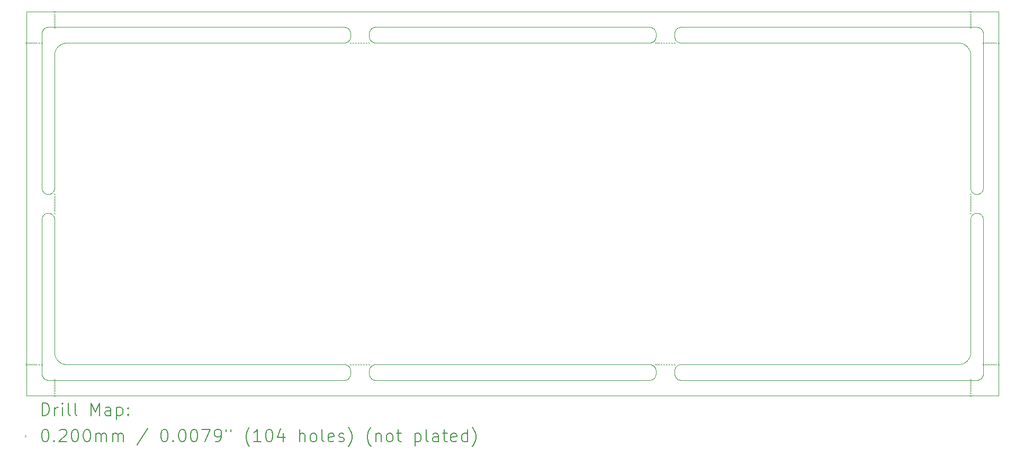
<source format=gbr>
%TF.GenerationSoftware,KiCad,Pcbnew,7.0.9*%
%TF.CreationDate,2024-12-06T21:36:15-05:00*%
%TF.ProjectId,panel,70616e65-6c2e-46b6-9963-61645f706362,rev?*%
%TF.SameCoordinates,Original*%
%TF.FileFunction,Drillmap*%
%TF.FilePolarity,Positive*%
%FSLAX45Y45*%
G04 Gerber Fmt 4.5, Leading zero omitted, Abs format (unit mm)*
G04 Created by KiCad (PCBNEW 7.0.9) date 2024-12-06 21:36:15*
%MOMM*%
%LPD*%
G01*
G04 APERTURE LIST*
%ADD10C,0.100000*%
%ADD11C,0.200000*%
G04 APERTURE END LIST*
D10*
X7395971Y-5229306D02*
X7400702Y-5227997D01*
X12558333Y-7750000D02*
X12558454Y-7745093D01*
X12611194Y-2261808D02*
X12615578Y-2259601D01*
X7325000Y-4825000D02*
X7325000Y-2350000D01*
X7434802Y-5225482D02*
X7439673Y-5226082D01*
X7339227Y-4876410D02*
X7336808Y-4872140D01*
X17140584Y-7735327D02*
X17141185Y-7740198D01*
X22088196Y-2535150D02*
X22081851Y-2530968D01*
X17503398Y-7657612D02*
X17507978Y-7655845D01*
X7336808Y-5277860D02*
X7339227Y-5273590D01*
X22173814Y-7471490D02*
X22174070Y-7468970D01*
X22360773Y-4876410D02*
X22358147Y-4880557D01*
X21974367Y-2500000D02*
X17541667Y-2500000D01*
X17135821Y-2316311D02*
X17137361Y-2320971D01*
X22055022Y-7633263D02*
X22061928Y-7630090D01*
X22308689Y-5230846D02*
X22313268Y-5232612D01*
X22352301Y-2286561D02*
X22355321Y-2290430D01*
X17453475Y-7847140D02*
X17451268Y-7842755D01*
X7492156Y-4899095D02*
X7488439Y-4902301D01*
X17129859Y-7702860D02*
X17132066Y-7707244D01*
X7377860Y-7888192D02*
X7373590Y-7885773D01*
X7499095Y-4892156D02*
X7495711Y-4895711D01*
X22255491Y-4923079D02*
X22250702Y-4922003D01*
X22304029Y-2254306D02*
X22308689Y-2255846D01*
X22365399Y-5282244D02*
X22367388Y-5286732D01*
X7524518Y-5315198D02*
X7524879Y-5320093D01*
X17526994Y-2251082D02*
X17531865Y-2250482D01*
X22081851Y-2530968D02*
X22079701Y-2529628D01*
X17132066Y-7842755D02*
X17129859Y-7847140D01*
X12201089Y-7659601D02*
X12205473Y-7661808D01*
X22043262Y-2512040D02*
X22036071Y-2509582D01*
X22079701Y-2529628D02*
X22073152Y-2525773D01*
X22236732Y-4917388D02*
X22232244Y-4915399D01*
X12244106Y-2298590D02*
X12246525Y-2302860D01*
X17101237Y-7880321D02*
X17097224Y-7883147D01*
X22200905Y-5257844D02*
X22204289Y-5254289D01*
X22219443Y-5241853D02*
X22223590Y-5239227D01*
X22338439Y-5247699D02*
X22342156Y-5250905D01*
X7620299Y-7620371D02*
X7626848Y-7624227D01*
X12587623Y-2470711D02*
X12584238Y-2467156D01*
X22166176Y-2641345D02*
X22165418Y-2638929D01*
X7369443Y-7883147D02*
X7365430Y-7880321D01*
X7519154Y-5291311D02*
X7520694Y-5295971D01*
X12643660Y-7898918D02*
X12638824Y-7898078D01*
X22090275Y-7613403D02*
X22096400Y-7608905D01*
X12229044Y-7679289D02*
X12232428Y-7682844D01*
X12232428Y-2282844D02*
X12235634Y-2286561D01*
X7629062Y-7625456D02*
X7635798Y-7628974D01*
X7329306Y-5295971D02*
X7330845Y-5291311D01*
X17088806Y-7888192D02*
X17084422Y-7890399D01*
X7400702Y-4922003D02*
X7395971Y-4920694D01*
X22176921Y-5305491D02*
X22177997Y-5300702D01*
X7365430Y-7880321D02*
X7361561Y-7877301D01*
X22227860Y-5236808D02*
X22232244Y-5234601D01*
X12591177Y-2474095D02*
X12587623Y-2470711D01*
X7505321Y-5265430D02*
X7508147Y-5269443D01*
X22322140Y-4913192D02*
X22317756Y-4915399D01*
X22373918Y-5310327D02*
X22374518Y-5315198D01*
X22365399Y-2307244D02*
X22367388Y-2311732D01*
X22370694Y-5295971D02*
X22372003Y-5300702D01*
X7377860Y-5236808D02*
X7382244Y-5234601D01*
X17458520Y-2294443D02*
X17461346Y-2290430D01*
X12252488Y-7833689D02*
X12250721Y-7838268D01*
X22090275Y-2536597D02*
X22088196Y-2535150D01*
X22064202Y-2521026D02*
X22061928Y-2519910D01*
X17536760Y-7650120D02*
X17541667Y-7650000D01*
X17536760Y-2250120D02*
X17541667Y-2250000D01*
X22317756Y-7890399D02*
X22313268Y-7892388D01*
X7528870Y-2660987D02*
X7527530Y-2668467D01*
X7554628Y-2595299D02*
X7550773Y-2601848D01*
X12565945Y-2438268D02*
X12564179Y-2433689D01*
X7586311Y-7594063D02*
X7588147Y-7595808D01*
X7330845Y-2316311D02*
X7332612Y-2311732D01*
X12205473Y-2261808D02*
X12209744Y-2264227D01*
X12196602Y-2257612D02*
X12201089Y-2259601D01*
X17118968Y-2286561D02*
X17121987Y-2290430D01*
X7525930Y-2681030D02*
X7525353Y-2688607D01*
X22144032Y-2593149D02*
X22139850Y-2586804D01*
X22304029Y-5229306D02*
X22308689Y-5230846D01*
X12594894Y-7672699D02*
X12598763Y-7669679D01*
X12217903Y-2480321D02*
X12213890Y-2483147D01*
X7377860Y-4913192D02*
X7373590Y-4910773D01*
X12606923Y-7885773D02*
X12602776Y-7883147D01*
X17041667Y-2250000D02*
X17046574Y-2250120D01*
X7076227Y-8150000D02*
X22623773Y-8150000D01*
X7480557Y-5241853D02*
X7484570Y-5244679D01*
X17046574Y-7899879D02*
X17041667Y-7900000D01*
X7454028Y-5229306D02*
X7458689Y-5230846D01*
X7327997Y-7824298D02*
X7326921Y-7819509D01*
X7525353Y-7461393D02*
X7525930Y-7468970D01*
X22370694Y-2320971D02*
X22372003Y-2325702D01*
X7635798Y-7628974D02*
X7638072Y-7630090D01*
X7534582Y-2638929D02*
X7533824Y-2641345D01*
X17442148Y-7740198D02*
X17442749Y-7735327D01*
X17507978Y-7894154D02*
X17503398Y-7892388D01*
X22372003Y-7824298D02*
X22370694Y-7829028D01*
X12232428Y-2467156D02*
X12229044Y-2470711D01*
X22166176Y-7508655D02*
X22168267Y-7501348D01*
X12602776Y-7883147D02*
X12598763Y-7880321D01*
X17441787Y-7804907D02*
X17441667Y-7800000D01*
X7524879Y-4829907D02*
X7524518Y-4834802D01*
X12250721Y-2311732D02*
X12252488Y-2316311D01*
X22070938Y-7625456D02*
X22073152Y-7624227D01*
X12658333Y-7900000D02*
X12653426Y-7899879D01*
X12173006Y-7898918D02*
X12168135Y-7899518D01*
X7463268Y-4917388D02*
X7458689Y-4919154D01*
X12252488Y-2316311D02*
X12254027Y-2320971D01*
X17140584Y-7814673D02*
X17139745Y-7819509D01*
X12558454Y-7745093D02*
X12558815Y-7740198D01*
X12158333Y-7900000D02*
X7425000Y-7900000D01*
X17442148Y-2340198D02*
X17442749Y-2335327D01*
X17441787Y-7745093D02*
X17442148Y-7740198D01*
X22111853Y-7595808D02*
X22113689Y-7594063D01*
X12256412Y-7730491D02*
X12257251Y-7735327D01*
X17093077Y-2264227D02*
X17097224Y-2266853D01*
X22374518Y-4834802D02*
X22373918Y-4839673D01*
X7725633Y-2500000D02*
X7724367Y-2500016D01*
X7350905Y-2282844D02*
X7354289Y-2279289D01*
X17445973Y-7720971D02*
X17447512Y-7716311D01*
X17449279Y-7711731D02*
X17451268Y-7707244D01*
X17474511Y-2275905D02*
X17478227Y-2272699D01*
X7609725Y-2536597D02*
X7603600Y-2541095D01*
X12182631Y-2252997D02*
X12187362Y-2254306D01*
X22624970Y-2000029D02*
X22623773Y-2000000D01*
X12257852Y-2340198D02*
X12258213Y-2345093D01*
X12615578Y-2490399D02*
X12611194Y-2488192D01*
X22289673Y-5226082D02*
X22294509Y-5226921D01*
X17127440Y-7698590D02*
X17129859Y-7702860D01*
X7685987Y-7646129D02*
X7693467Y-7647470D01*
X22186808Y-5277860D02*
X22189227Y-5273590D01*
X7350905Y-4892156D02*
X7347699Y-4888439D01*
X12620065Y-7657612D02*
X12624644Y-7655845D01*
X22365399Y-4867756D02*
X22363192Y-4872140D01*
X17084422Y-2490399D02*
X17079935Y-2492388D01*
X7354289Y-5254289D02*
X7357844Y-5250905D01*
X22373078Y-5305491D02*
X22373918Y-5310327D01*
X7425000Y-4925000D02*
X7420093Y-4924880D01*
X7373590Y-2264227D02*
X7377860Y-2261808D01*
X17536760Y-2499880D02*
X17531865Y-2499518D01*
X12221773Y-7877301D02*
X12217903Y-7880321D01*
X12248732Y-7842755D02*
X12246525Y-7847140D01*
X22175482Y-4834802D02*
X22175120Y-4829907D01*
X17449279Y-2438268D02*
X17447512Y-2433689D01*
X22299298Y-5227997D02*
X22304029Y-5229306D01*
X22275000Y-4925000D02*
X22270093Y-4924880D01*
X22374879Y-7804907D02*
X22374518Y-7809802D01*
X7525000Y-2700633D02*
X7525000Y-4825000D01*
X22207844Y-5250905D02*
X22211561Y-5247699D01*
X7341853Y-4880557D02*
X7339227Y-4876410D01*
X17140584Y-2414673D02*
X17139745Y-2419509D01*
X22073152Y-7624227D02*
X22079701Y-7620371D01*
X7550773Y-7548152D02*
X7554628Y-7554701D01*
X17075356Y-7655845D02*
X17079935Y-7657612D01*
X17079935Y-7657612D02*
X17084422Y-7659601D01*
X7354289Y-2279289D02*
X7357844Y-2275905D01*
X22370694Y-4854029D02*
X22369154Y-4858689D01*
X22174984Y-7450633D02*
X22175000Y-7449367D01*
X7537919Y-2629362D02*
X7537040Y-2631738D01*
X17474511Y-7874095D02*
X17470956Y-7870711D01*
X7336808Y-7847140D02*
X7334601Y-7842755D01*
X7444509Y-4923079D02*
X7439673Y-4923918D01*
X7492156Y-5250905D02*
X7495711Y-5254289D01*
X7495711Y-4895711D02*
X7492156Y-4899095D01*
X7410327Y-7898918D02*
X7405491Y-7898078D01*
X12192022Y-2255846D02*
X12196602Y-2257612D01*
X17101237Y-7669679D02*
X17105106Y-7672699D01*
X22245971Y-4920694D02*
X22241311Y-4919154D01*
X7663929Y-2509582D02*
X7656738Y-2512040D01*
X17455894Y-7698590D02*
X17458520Y-7694443D01*
X22360773Y-7851410D02*
X22358147Y-7855557D01*
X7555968Y-7556850D02*
X7560150Y-7563196D01*
X12182631Y-2497003D02*
X12177842Y-2498079D01*
X7635798Y-2521026D02*
X7629062Y-2524544D01*
X22111853Y-2554192D02*
X22106215Y-2549098D01*
X22211561Y-4902301D02*
X22207844Y-4899095D01*
X7075029Y-2000029D02*
X7075000Y-2001227D01*
X17441667Y-7800000D02*
X17441667Y-7750000D01*
X7373590Y-4910773D02*
X7369443Y-4908147D01*
X12575186Y-2455557D02*
X12572560Y-2451410D01*
X17531865Y-7899518D02*
X17526994Y-7898918D01*
X17451268Y-2307244D02*
X17453475Y-2302860D01*
X17474511Y-7675905D02*
X17478227Y-7672699D01*
X7716136Y-7649775D02*
X7724367Y-7649984D01*
X22365399Y-7842755D02*
X22363192Y-7847140D01*
X7334601Y-5282244D02*
X7336808Y-5277860D01*
X17442749Y-2414673D02*
X17442148Y-2409802D01*
X12192022Y-2494154D02*
X12187362Y-2495694D01*
X22204289Y-5254289D02*
X22207844Y-5250905D01*
X17084422Y-7659601D02*
X17088806Y-7661808D01*
X22330557Y-7883147D02*
X22326410Y-7885773D01*
X22250702Y-5227997D02*
X22255491Y-5226921D01*
X22133905Y-7571400D02*
X22138403Y-7565275D01*
X17051468Y-7899518D02*
X17046574Y-7899879D01*
X22367388Y-4863268D02*
X22365399Y-4867756D01*
X12187362Y-2495694D02*
X12182631Y-2497003D01*
X7076227Y-2000000D02*
X7075029Y-2000029D01*
X12559416Y-7814673D02*
X12558815Y-7809802D01*
X7580937Y-2561311D02*
X7579192Y-2563147D01*
X12561330Y-2325702D02*
X12562639Y-2320971D01*
X22369154Y-7833689D02*
X22367388Y-7838268D01*
X7609725Y-7613403D02*
X7611804Y-7614850D01*
X22375000Y-4825000D02*
X22374879Y-4829907D01*
X22120808Y-7586853D02*
X22125902Y-7581214D01*
X22165418Y-7511071D02*
X22166176Y-7508655D01*
X12205473Y-7888192D02*
X12201089Y-7890399D01*
X7601597Y-2542645D02*
X7595707Y-2547448D01*
X7075000Y-2001227D02*
X7075000Y-8148773D01*
X17470956Y-2279289D02*
X17474511Y-2275905D01*
X12602776Y-2266853D02*
X12606923Y-2264227D01*
X12572560Y-2451410D02*
X12570141Y-2447140D01*
X7365430Y-5244679D02*
X7369443Y-5241853D01*
X12258333Y-7750000D02*
X12258333Y-7800000D01*
X7593785Y-2549098D02*
X7588147Y-2554192D01*
X7544910Y-7536928D02*
X7546026Y-7539202D01*
X7341853Y-2294443D02*
X7344679Y-2290430D01*
X17522158Y-7651921D02*
X17526994Y-7651082D01*
X7334601Y-4867756D02*
X7332612Y-4863268D01*
X7588147Y-2554192D02*
X7586311Y-2555937D01*
X22334570Y-7880321D02*
X22330557Y-7883147D01*
X17498911Y-2259601D02*
X17503398Y-2257612D01*
X7326082Y-2335327D02*
X7326921Y-2330491D01*
X7523078Y-4844509D02*
X7522003Y-4849298D01*
X22355321Y-5265430D02*
X22358147Y-5269443D01*
X17121987Y-2459570D02*
X17118968Y-2463439D01*
X7410327Y-5226082D02*
X7415198Y-5225482D01*
X17470956Y-2470711D02*
X17467572Y-2467156D01*
X7382244Y-4915399D02*
X7377860Y-4913192D01*
X12567934Y-2442756D02*
X12565945Y-2438268D01*
X17046574Y-7650120D02*
X17051468Y-7650481D01*
X12620065Y-2492388D02*
X12615578Y-2490399D01*
X17445973Y-7829028D02*
X17444664Y-7824298D01*
X12624644Y-2494154D02*
X12620065Y-2492388D01*
X22194679Y-5265430D02*
X22197699Y-5261561D01*
X7326921Y-7819509D02*
X7326082Y-7814673D01*
X22374518Y-2340198D02*
X22374879Y-2345093D01*
X7510773Y-4876410D02*
X7508147Y-4880557D01*
X17139745Y-7730491D02*
X17140584Y-7735327D01*
X12246525Y-7847140D02*
X12244106Y-7851410D01*
X7339227Y-7851410D02*
X7336808Y-7847140D01*
X7429907Y-5225120D02*
X7434802Y-5225482D01*
X22338439Y-2272699D02*
X22342156Y-2275905D01*
X17129859Y-2302860D02*
X17132066Y-2307244D01*
X7566095Y-7571400D02*
X7567645Y-7573403D01*
X12252488Y-2433689D02*
X12250721Y-2438268D01*
X17455894Y-7851410D02*
X17453475Y-7847140D01*
X17474511Y-2474095D02*
X17470956Y-2470711D01*
X22177997Y-4849298D02*
X22176921Y-4844509D01*
X17447512Y-7716311D02*
X17449279Y-7711731D01*
X22374518Y-7809802D02*
X22373918Y-7814673D01*
X7344679Y-7859570D02*
X7341853Y-7855557D01*
X7567645Y-2576597D02*
X7566095Y-2578600D01*
X22036071Y-2509582D02*
X22033655Y-2508824D01*
X22175482Y-5315198D02*
X22176082Y-5310327D01*
X7354289Y-4895711D02*
X7350905Y-4892156D01*
X7325481Y-4834802D02*
X7325120Y-4829907D01*
X7467755Y-4915399D02*
X7463268Y-4917388D01*
X21996490Y-7648814D02*
X22004029Y-7647854D01*
X22372003Y-4849298D02*
X22370694Y-4854029D01*
X22373078Y-2330491D02*
X22373918Y-2335327D01*
X12643660Y-7651082D02*
X12648531Y-7650481D01*
X7528870Y-7489013D02*
X7529380Y-7491494D01*
X17101237Y-2480321D02*
X17097224Y-2483147D01*
X7531098Y-7498896D02*
X7531733Y-7501348D01*
X22227860Y-4913192D02*
X22223590Y-4910773D01*
X12587623Y-7679289D02*
X12591177Y-7675905D01*
X12250721Y-2438268D02*
X12248732Y-2442756D01*
X17443588Y-7730491D02*
X17444664Y-7725702D01*
X12241480Y-7694443D02*
X12244106Y-7698590D01*
X17503398Y-2492388D02*
X17498911Y-2490399D01*
X7325000Y-5325000D02*
X7325120Y-5320093D01*
X17056340Y-7898918D02*
X17051468Y-7899518D01*
X12177842Y-7898078D02*
X12173006Y-7898918D01*
X12258213Y-2345093D02*
X12258333Y-2350000D01*
X22016494Y-7645620D02*
X22023896Y-7643902D01*
X22294509Y-4923079D02*
X22289673Y-4923918D01*
X22349095Y-7867156D02*
X22345711Y-7870711D01*
X22113689Y-2555937D02*
X22111853Y-2554192D01*
X22284802Y-2250482D02*
X22289673Y-2251082D01*
X12558815Y-7740198D02*
X12559416Y-7735327D01*
X12213890Y-7883147D02*
X12209744Y-7885773D01*
X22186808Y-4872140D02*
X22184601Y-4867756D01*
X12615578Y-7659601D02*
X12620065Y-7657612D01*
X12611194Y-7888192D02*
X12606923Y-7885773D01*
X22299298Y-4922003D02*
X22294509Y-4923079D01*
X12256412Y-7819509D02*
X12255336Y-7824298D01*
X7580937Y-7588689D02*
X7586311Y-7594063D01*
X17121987Y-7859570D02*
X17118968Y-7863439D01*
X17115762Y-7682844D02*
X17118968Y-7686561D01*
X17541667Y-2250000D02*
X22275000Y-2250000D01*
X22349095Y-2282844D02*
X22352301Y-2286561D01*
X22342156Y-5250905D02*
X22345711Y-5254289D01*
X12562639Y-7829028D02*
X12561330Y-7824298D01*
X7341853Y-7855557D02*
X7339227Y-7851410D01*
X22079701Y-7620371D02*
X22081851Y-7619032D01*
X7574098Y-7581214D02*
X7579192Y-7586853D01*
X7463268Y-5232612D02*
X7467755Y-5234601D01*
X22223590Y-4910773D02*
X22219443Y-4908147D01*
X7391311Y-5230846D02*
X7395971Y-5229306D01*
X22284802Y-5225482D02*
X22289673Y-5226082D01*
X12620065Y-7892388D02*
X12615578Y-7890399D01*
X17536760Y-7899879D02*
X17531865Y-7899518D01*
X17531865Y-2499518D02*
X17526994Y-2498918D01*
X17097224Y-7883147D02*
X17093077Y-7885773D01*
X22194679Y-4884570D02*
X22191853Y-4880557D01*
X12615578Y-2259601D02*
X12620065Y-2257612D01*
X17046574Y-2250120D02*
X17051468Y-2250482D01*
X12209744Y-2264227D02*
X12213890Y-2266853D01*
X22270093Y-5225120D02*
X22275000Y-5225000D01*
X17065965Y-7652997D02*
X17070695Y-7654306D01*
X17112377Y-7679289D02*
X17115762Y-7682844D01*
X7546026Y-2610798D02*
X7544910Y-2613072D01*
X12168135Y-7899518D02*
X12163240Y-7899879D01*
X12558815Y-7809802D02*
X12558454Y-7804907D01*
X17112377Y-2279289D02*
X17115762Y-2282844D01*
X22373918Y-4839673D02*
X22373078Y-4844509D01*
X17084422Y-7890399D02*
X17079935Y-7892388D01*
X22352301Y-5261561D02*
X22355321Y-5265430D01*
X17134055Y-2438268D02*
X17132066Y-2442756D01*
X22155090Y-2613072D02*
X22153974Y-2610798D01*
X22014013Y-2503871D02*
X22006533Y-2502530D01*
X22345711Y-7870711D02*
X22342156Y-7874095D01*
X17482097Y-7669679D02*
X17486110Y-7666853D01*
X7666345Y-7641176D02*
X7673651Y-7643267D01*
X7467755Y-5234601D02*
X7472140Y-5236808D01*
X7593785Y-7600902D02*
X7595707Y-7602552D01*
X17046574Y-2499880D02*
X17041667Y-2500000D01*
X17138670Y-2325702D02*
X17139745Y-2330491D01*
X17061176Y-2251921D02*
X17065965Y-2252997D01*
X22177997Y-5300702D02*
X22179306Y-5295971D01*
X17041667Y-2500000D02*
X12658333Y-2500000D01*
X22352301Y-4888439D02*
X22349095Y-4892156D01*
X22270093Y-4924880D02*
X22265198Y-4924518D01*
X17138670Y-2424298D02*
X17137361Y-2429029D01*
X7554628Y-7554701D02*
X7555968Y-7556850D01*
X17141667Y-7800000D02*
X17141546Y-7804907D01*
X22367388Y-2311732D02*
X22369154Y-2316311D01*
X7444509Y-5226921D02*
X7449298Y-5227997D01*
X17464366Y-7686561D02*
X17467572Y-7682844D01*
X12567934Y-2307244D02*
X12570141Y-2302860D01*
X22145372Y-2595299D02*
X22144032Y-2593149D01*
X22369154Y-4858689D02*
X22367388Y-4863268D01*
X22338439Y-4902301D02*
X22334570Y-4905321D01*
X7484570Y-4905321D02*
X7480557Y-4908147D01*
X12205473Y-2488192D02*
X12201089Y-2490399D01*
X12570141Y-2302860D02*
X12572560Y-2298590D01*
X7365430Y-2269679D02*
X7369443Y-2266853D01*
X22162960Y-2631738D02*
X22162080Y-2629362D01*
X17507978Y-2255846D02*
X17512638Y-2254306D01*
X12201089Y-2259601D02*
X12205473Y-2261808D01*
X22250702Y-4922003D02*
X22245971Y-4920694D01*
X7525353Y-2688607D02*
X7525225Y-2691137D01*
X7400702Y-2252997D02*
X7405491Y-2251921D01*
X12187362Y-2254306D02*
X12192022Y-2255846D01*
X7484570Y-5244679D02*
X7488439Y-5247699D01*
X17451268Y-7707244D02*
X17453475Y-7702860D01*
X12192022Y-7894154D02*
X12187362Y-7895694D01*
X7325120Y-5320093D02*
X7325481Y-5315198D01*
X17482097Y-7880321D02*
X17478227Y-7877301D01*
X22179306Y-4854029D02*
X22177997Y-4849298D01*
X7693467Y-7647470D02*
X7695971Y-7647854D01*
X7365430Y-4905321D02*
X7361561Y-4902301D01*
X22232244Y-5234601D02*
X22236732Y-5232612D01*
X17075356Y-2494154D02*
X17070695Y-2495694D01*
X7325481Y-5315198D02*
X7326082Y-5310327D01*
X22294509Y-7898078D02*
X22289673Y-7898918D01*
X12584238Y-2282844D02*
X12587623Y-2279289D01*
X22172854Y-2670971D02*
X22172470Y-2668467D01*
X22189227Y-4876410D02*
X22186808Y-4872140D01*
X12241480Y-2455557D02*
X12238654Y-2459570D01*
X7386731Y-4917388D02*
X7382244Y-4915399D01*
X7566095Y-2578600D02*
X7561597Y-2584725D01*
X22363192Y-5277860D02*
X22365399Y-5282244D01*
X12561330Y-7725702D02*
X12562639Y-7720971D01*
X22275000Y-5225000D02*
X22279907Y-5225120D01*
X12584238Y-2467156D02*
X12581032Y-2463439D01*
X17464366Y-7863439D02*
X17461346Y-7859570D01*
X7391311Y-2255846D02*
X7395971Y-2254306D01*
X12606923Y-2264227D02*
X12611194Y-2261808D01*
X7329306Y-2320971D02*
X7330845Y-2316311D01*
X12570141Y-7847140D02*
X12567934Y-7842755D01*
X7382244Y-5234601D02*
X7386731Y-5232612D01*
X22189227Y-5273590D02*
X22191853Y-5269443D01*
X17137361Y-7829028D02*
X17135821Y-7833689D01*
X7513192Y-5277860D02*
X7515399Y-5282244D01*
X7325000Y-7800000D02*
X7325000Y-5325000D01*
X22172470Y-7481532D02*
X22172854Y-7479029D01*
X7326921Y-2330491D02*
X7327997Y-2325702D01*
X22358147Y-7855557D02*
X22355321Y-7859570D01*
X17461346Y-7859570D02*
X17458520Y-7855557D01*
X12163240Y-7650120D02*
X12168135Y-7650481D01*
X17129859Y-2447140D02*
X17127440Y-2451410D01*
X22153974Y-2610798D02*
X22150456Y-2604062D01*
X7527146Y-2670971D02*
X7526186Y-2678510D01*
X22304029Y-7895694D02*
X22299298Y-7897003D01*
X7527146Y-7479029D02*
X7527530Y-7481532D01*
X17526994Y-7651082D02*
X17531865Y-7650481D01*
X17124814Y-7855557D02*
X17121987Y-7859570D01*
X12209744Y-7885773D02*
X12205473Y-7888192D01*
X7626848Y-2525773D02*
X7620299Y-2529628D01*
X17093077Y-7885773D02*
X17088806Y-7888192D01*
X22098403Y-7607354D02*
X22104293Y-7602552D01*
X12558454Y-7804907D02*
X12558333Y-7800000D01*
X12560255Y-7819509D02*
X12559416Y-7814673D01*
X17138670Y-7725702D02*
X17139745Y-7730491D01*
X22026348Y-2506733D02*
X22023896Y-2506098D01*
X12629305Y-2254306D02*
X12634035Y-2252997D01*
X12168135Y-7650481D02*
X12173006Y-7651082D01*
X17137361Y-2320971D02*
X17138670Y-2325702D01*
X7439673Y-4923918D02*
X7434802Y-4924518D01*
X12258333Y-7800000D02*
X12258213Y-7804907D01*
X7425000Y-2250000D02*
X12158333Y-2250000D01*
X12653426Y-2499880D02*
X12648531Y-2499518D01*
X22279907Y-7899879D02*
X22275000Y-7900000D01*
X12238654Y-7859570D02*
X12235634Y-7863439D01*
X22104293Y-2547448D02*
X22098403Y-2542645D01*
X22139850Y-2586804D02*
X22138403Y-2584725D01*
X7525000Y-7449367D02*
X7525016Y-7450633D01*
X22197699Y-5261561D02*
X22200905Y-5257844D01*
X12258213Y-7804907D02*
X12257852Y-7809802D01*
X17512638Y-2495694D02*
X17507978Y-2494154D01*
X7549544Y-2604062D02*
X7546026Y-2610798D01*
X12638824Y-7898078D02*
X12634035Y-7897003D01*
X22204289Y-4895711D02*
X22200905Y-4892156D01*
X22132355Y-7573403D02*
X22133905Y-7571400D01*
X7654362Y-7637080D02*
X7656738Y-7637960D01*
X7395971Y-4920694D02*
X7391311Y-4919154D01*
X12205473Y-7661808D02*
X12209744Y-7664227D01*
X12575186Y-7855557D02*
X12572560Y-7851410D01*
X7373590Y-5239227D02*
X7377860Y-5236808D01*
X17132066Y-7707244D02*
X17134055Y-7711731D01*
X7517388Y-5286732D02*
X7519154Y-5291311D01*
X17070695Y-7654306D02*
X17075356Y-7655845D01*
X7350905Y-5257844D02*
X7354289Y-5254289D01*
X12213890Y-2483147D02*
X12209744Y-2485773D01*
X17467572Y-2467156D02*
X17464366Y-2463439D01*
X17075356Y-2255846D02*
X17079935Y-2257612D01*
X22176082Y-4839673D02*
X22175482Y-4834802D01*
X17464366Y-2463439D02*
X17461346Y-2459570D01*
X17108823Y-2275905D02*
X17112377Y-2279289D01*
X12572560Y-7698590D02*
X12575186Y-7694443D01*
X22043262Y-7637960D02*
X22045638Y-7637080D01*
X22372003Y-2325702D02*
X22373078Y-2330491D01*
X7713607Y-7649647D02*
X7716136Y-7649775D01*
X7683506Y-2504380D02*
X7676103Y-2506098D01*
X7611804Y-2535150D02*
X7609725Y-2536597D01*
X12229044Y-7870711D02*
X12225489Y-7874095D01*
X7685987Y-2503871D02*
X7683506Y-2504380D01*
X22175000Y-2700633D02*
X22174984Y-2699367D01*
X17442148Y-2409802D02*
X17441787Y-2404907D01*
X12606923Y-2485773D02*
X12602776Y-2483147D01*
X22374879Y-5320093D02*
X22375000Y-5325000D01*
X7420093Y-5225120D02*
X7425000Y-5225000D01*
X7386731Y-5232612D02*
X7391311Y-5230846D01*
X7347699Y-7863439D02*
X7344679Y-7859570D01*
X17105106Y-2272699D02*
X17108823Y-2275905D01*
X22349095Y-4892156D02*
X22345711Y-4895711D01*
X22241311Y-5230846D02*
X22245971Y-5229306D01*
X22171129Y-2660987D02*
X22170620Y-2658506D01*
X12221773Y-2272699D02*
X12225489Y-2275905D01*
X7405491Y-2251921D02*
X7410327Y-2251082D01*
X7332612Y-7838268D02*
X7330845Y-7833689D01*
X7703510Y-7648814D02*
X7706029Y-7649070D01*
X22326410Y-2264227D02*
X22330557Y-2266853D01*
X17079935Y-2257612D02*
X17084422Y-2259601D01*
X17132066Y-2442756D02*
X17129859Y-2447140D01*
X7572448Y-7579293D02*
X7574098Y-7581214D01*
X22360773Y-5273590D02*
X22363192Y-5277860D01*
X12634035Y-7897003D02*
X12629305Y-7895694D01*
X21996490Y-2501186D02*
X21993970Y-2500930D01*
X12221773Y-7672699D02*
X12225489Y-7675905D01*
X17512638Y-2254306D02*
X17517369Y-2252997D01*
X7344679Y-4884570D02*
X7341853Y-4880557D01*
X17141546Y-7804907D02*
X17141185Y-7809802D01*
X22197699Y-4888439D02*
X22194679Y-4884570D01*
X22279907Y-5225120D02*
X22284802Y-5225482D01*
X22304029Y-4920694D02*
X22299298Y-4922003D01*
X7656738Y-7637960D02*
X7663929Y-7640418D01*
X22370694Y-7829028D02*
X22369154Y-7833689D01*
X22241311Y-4919154D02*
X22236732Y-4917388D01*
X12255336Y-7725702D02*
X12256412Y-7730491D01*
X7525225Y-7458863D02*
X7525353Y-7461393D01*
X22138403Y-2584725D02*
X22133905Y-2578600D01*
X12581032Y-2463439D02*
X12578012Y-2459570D01*
X12256412Y-2330491D02*
X12257251Y-2335327D01*
X12177842Y-7651921D02*
X12182631Y-7652997D01*
X17526994Y-2498918D02*
X17522158Y-2498079D01*
X7663929Y-7640418D02*
X7666345Y-7641176D01*
X17088806Y-7661808D02*
X17093077Y-7664227D01*
X17061176Y-7898078D02*
X17056340Y-7898918D01*
X17503398Y-2257612D02*
X17507978Y-2255846D01*
X12246525Y-2302860D02*
X12248732Y-2307244D01*
X7377860Y-2261808D02*
X7382244Y-2259601D01*
X7515399Y-5282244D02*
X7517388Y-5286732D01*
X7339227Y-5273590D02*
X7341853Y-5269443D01*
X7373590Y-7885773D02*
X7369443Y-7883147D01*
X7620299Y-2529628D02*
X7618149Y-2530968D01*
X7546026Y-7539202D02*
X7549544Y-7545937D01*
X7075000Y-8148773D02*
X7075029Y-8149970D01*
X12658333Y-2250000D02*
X17041667Y-2250000D01*
X7534582Y-7511071D02*
X7537040Y-7518262D01*
X12562639Y-7720971D02*
X12564179Y-7716311D01*
X17135821Y-7833689D02*
X17134055Y-7838268D01*
X12570141Y-7702860D02*
X12572560Y-7698590D01*
X7523918Y-4839673D02*
X7523078Y-4844509D01*
X17461346Y-2290430D02*
X17464366Y-2286561D01*
X7654362Y-2512920D02*
X7647305Y-2515739D01*
X12177842Y-2251921D02*
X12182631Y-2252997D01*
X21993970Y-2500930D02*
X21986393Y-2500353D01*
X7391311Y-7894154D02*
X7386731Y-7892388D01*
X7520694Y-4854029D02*
X7519154Y-4858689D01*
X7595707Y-7602552D02*
X7601597Y-7607354D01*
X22308689Y-4919154D02*
X22304029Y-4920694D01*
X22289673Y-7898918D02*
X22284802Y-7899518D01*
X12643660Y-2251082D02*
X12648531Y-2250482D01*
X17141667Y-7750000D02*
X17141667Y-7800000D01*
X22127552Y-7579293D02*
X22132355Y-7573403D01*
X7425000Y-7900000D02*
X7420093Y-7899879D01*
X17127440Y-2298590D02*
X17129859Y-2302860D01*
X17097224Y-7666853D02*
X17101237Y-7669679D01*
X22045638Y-7637080D02*
X22052695Y-7634261D01*
X7527530Y-2668467D02*
X7527146Y-2670971D01*
X12225489Y-2474095D02*
X12221773Y-2477301D01*
X12225489Y-2275905D02*
X12229044Y-2279289D01*
X17093077Y-7664227D02*
X17097224Y-7666853D01*
X12611194Y-2488192D02*
X12606923Y-2485773D01*
X12257251Y-2335327D02*
X12257852Y-2340198D01*
X17141546Y-2345093D02*
X17141667Y-2350000D01*
X17517369Y-2252997D02*
X17522158Y-2251921D01*
X7629062Y-2524544D02*
X7626848Y-2525773D01*
X22168902Y-2651104D02*
X22168267Y-2648652D01*
X22330557Y-4908147D02*
X22326410Y-4910773D01*
X7638072Y-7630090D02*
X7644978Y-7633263D01*
X12648531Y-7650481D02*
X12653426Y-7650120D01*
X17453475Y-7702860D02*
X17455894Y-7698590D01*
X22036071Y-7640418D02*
X22043262Y-7637960D01*
X7499095Y-5257844D02*
X7502301Y-5261561D01*
X22334570Y-4905321D02*
X22330557Y-4908147D01*
X12562639Y-2429029D02*
X12561330Y-2424298D01*
X17118968Y-7863439D02*
X17115762Y-7867156D01*
X22168267Y-2648652D02*
X22166176Y-2641345D01*
X7425000Y-5225000D02*
X7429907Y-5225120D01*
X7560150Y-2586804D02*
X7555968Y-2593149D01*
X17494527Y-2488192D02*
X17490256Y-2485773D01*
X22125902Y-7581214D02*
X22127552Y-7579293D01*
X22260327Y-4923918D02*
X22255491Y-4923079D01*
X17135821Y-7716311D02*
X17137361Y-7720971D01*
X22182612Y-4863268D02*
X22180846Y-4858689D01*
X12201089Y-7890399D02*
X12196602Y-7892388D01*
X12558815Y-2340198D02*
X12559416Y-2335327D01*
X7325120Y-7804907D02*
X7325000Y-7800000D01*
X17486110Y-2266853D02*
X17490256Y-2264227D01*
X12602776Y-2483147D02*
X12598763Y-2480321D01*
X17441667Y-2350000D02*
X17441787Y-2345093D01*
X17522158Y-2498079D02*
X17517369Y-2497003D01*
X7525000Y-5325000D02*
X7525000Y-7449367D01*
X17065965Y-2252997D02*
X17070695Y-2254306D01*
X22322140Y-5236808D02*
X22326410Y-5239227D01*
X22006533Y-2502530D02*
X22004029Y-2502146D01*
X22175120Y-4829907D02*
X22175000Y-4825000D01*
X22159261Y-2622305D02*
X22158263Y-2619978D01*
X22342156Y-2275905D02*
X22345711Y-2279289D01*
X22289673Y-2251082D02*
X22294509Y-2251921D01*
X17079935Y-2492388D02*
X17075356Y-2494154D01*
X7327997Y-4849298D02*
X7326921Y-4844509D01*
X12602776Y-7666853D02*
X12606923Y-7664227D01*
X22284802Y-7899518D02*
X22279907Y-7899879D01*
X22299298Y-7897003D02*
X22294509Y-7898078D01*
X22184601Y-4867756D02*
X22182612Y-4863268D01*
X12648531Y-2499518D02*
X12643660Y-2498918D01*
X22158263Y-7530022D02*
X22159261Y-7527695D01*
X22373918Y-7814673D02*
X22373078Y-7819509D01*
X7488439Y-4902301D02*
X7484570Y-4905321D01*
X7330845Y-7833689D02*
X7329306Y-7829028D01*
X22322140Y-7888192D02*
X22317756Y-7890399D01*
X17139745Y-2419509D02*
X17138670Y-2424298D01*
X12598763Y-2269679D02*
X12602776Y-2266853D01*
X7561597Y-2584725D02*
X7560150Y-2586804D01*
X22061928Y-7630090D02*
X22064202Y-7628974D01*
X22260327Y-5226082D02*
X22265198Y-5225482D01*
X12254027Y-7720971D02*
X12255336Y-7725702D01*
X7369443Y-2266853D02*
X7373590Y-2264227D01*
X12560255Y-2419509D02*
X12559416Y-2414673D01*
X22096400Y-2541095D02*
X22090275Y-2536597D01*
X7339227Y-2298590D02*
X7341853Y-2294443D01*
X17490256Y-7664227D02*
X17494527Y-7661808D01*
X17124814Y-2455557D02*
X17121987Y-2459570D01*
X7647305Y-7634261D02*
X7654362Y-7637080D01*
X22175000Y-7449367D02*
X22175000Y-5325000D01*
X7415198Y-4924518D02*
X7410327Y-4923918D01*
X12257251Y-7814673D02*
X12256412Y-7819509D01*
X7586311Y-2555937D02*
X7580937Y-2561311D01*
X7326082Y-4839673D02*
X7325481Y-4834802D01*
X22369154Y-5291311D02*
X22370694Y-5295971D01*
X22175000Y-4825000D02*
X22175000Y-2700633D01*
X7325120Y-2345093D02*
X7325481Y-2340198D01*
X12163240Y-7899879D02*
X12158333Y-7900000D01*
X22345711Y-2279289D02*
X22349095Y-2282844D01*
X21983863Y-7649775D02*
X21986393Y-7649647D01*
X22330557Y-5241853D02*
X22334570Y-5244679D01*
X22052695Y-2515739D02*
X22045638Y-2512920D01*
X7644978Y-7633263D02*
X7647305Y-7634261D01*
X7603600Y-2541095D02*
X7601597Y-2542645D01*
X22275000Y-7900000D02*
X17541667Y-7900000D01*
X17140584Y-2335327D02*
X17141185Y-2340198D01*
X22363192Y-4872140D02*
X22360773Y-4876410D01*
X7529380Y-7491494D02*
X7531098Y-7498896D01*
X12257852Y-2409802D02*
X12257251Y-2414673D01*
X21975633Y-7649984D02*
X21983863Y-7649775D01*
X22625000Y-2001227D02*
X22624970Y-2000029D01*
X7524879Y-5320093D02*
X7525000Y-5325000D01*
X12634035Y-2497003D02*
X12629305Y-2495694D01*
X12578012Y-2459570D02*
X12575186Y-2455557D01*
X12213890Y-2266853D02*
X12217903Y-2269679D01*
X22125902Y-2568785D02*
X22120808Y-2563147D01*
X22175000Y-5325000D02*
X22175120Y-5320093D01*
X22133905Y-2578600D02*
X22132355Y-2576597D01*
X7525225Y-2691137D02*
X7525016Y-2699367D01*
X17467572Y-7867156D02*
X17464366Y-7863439D01*
X12173006Y-2251082D02*
X12177842Y-2251921D01*
X22322140Y-2261808D02*
X22326410Y-2264227D01*
X22132355Y-2576597D02*
X22127552Y-2570707D01*
X22004029Y-7647854D02*
X22006533Y-7647470D01*
X22200905Y-4892156D02*
X22197699Y-4888439D01*
X22173814Y-2678510D02*
X22172854Y-2670971D01*
X22168267Y-7501348D02*
X22168902Y-7498896D01*
X22215430Y-5244679D02*
X22219443Y-5241853D01*
X22014013Y-7646129D02*
X22016494Y-7645620D01*
X22334570Y-5244679D02*
X22338439Y-5247699D01*
X22367388Y-5286732D02*
X22369154Y-5291311D01*
X12158333Y-2250000D02*
X12163240Y-2250120D01*
X17108823Y-7675905D02*
X17112377Y-7679289D01*
X7695971Y-7647854D02*
X7703510Y-7648814D01*
X7391311Y-4919154D02*
X7386731Y-4917388D01*
X17467572Y-2282844D02*
X17470956Y-2279289D01*
X12565945Y-7838268D02*
X12564179Y-7833689D01*
X7560150Y-7563196D02*
X7561597Y-7565275D01*
X7526186Y-7471490D02*
X7527146Y-7479029D01*
X7341853Y-5269443D02*
X7344679Y-5265430D01*
X22174775Y-2691137D02*
X22174647Y-2688607D01*
X12606923Y-7664227D02*
X12611194Y-7661808D01*
X12255336Y-2424298D02*
X12254027Y-2429029D01*
X22294509Y-2251921D02*
X22299298Y-2252997D01*
X12257852Y-7809802D02*
X12257251Y-7814673D01*
X7537919Y-7520637D02*
X7540738Y-7527695D01*
X12559416Y-2335327D02*
X12560255Y-2330491D01*
X17137361Y-2429029D02*
X17135821Y-2433689D01*
X12598763Y-2480321D02*
X12594894Y-2477301D01*
X22289673Y-4923918D02*
X22284802Y-4924518D01*
X7519154Y-4858689D02*
X7517388Y-4863268D01*
X17444664Y-7725702D02*
X17445973Y-7720971D01*
X12182631Y-7652997D02*
X12187362Y-7654306D01*
X17115762Y-7867156D02*
X17112377Y-7870711D01*
X12248732Y-2442756D02*
X12246525Y-2447140D01*
X17541667Y-7900000D02*
X17536760Y-7899879D01*
X17447512Y-2316311D02*
X17449279Y-2311732D01*
X12653426Y-2250120D02*
X12658333Y-2250000D01*
X22625000Y-8148773D02*
X22625000Y-2001227D01*
X17118968Y-2463439D02*
X17115762Y-2467156D01*
X17443588Y-2419509D02*
X17442749Y-2414673D01*
X17088806Y-2261808D02*
X17093077Y-2264227D01*
X12168135Y-2250482D02*
X12173006Y-2251082D01*
X7382244Y-2259601D02*
X7386731Y-2257612D01*
X22326410Y-7885773D02*
X22322140Y-7888192D01*
X7405491Y-7898078D02*
X7400702Y-7897003D01*
X7330845Y-5291311D02*
X7332612Y-5286732D01*
X17517369Y-7897003D02*
X17512638Y-7895694D01*
X12258213Y-7745093D02*
X12258333Y-7750000D01*
X22342156Y-4899095D02*
X22338439Y-4902301D01*
X22113689Y-7594063D02*
X22119063Y-7588689D01*
X22179306Y-5295971D02*
X22180846Y-5291311D01*
X12581032Y-2286561D02*
X12584238Y-2282844D01*
X7601597Y-7607354D02*
X7603600Y-7608905D01*
X12629305Y-7654306D02*
X12634035Y-7652997D01*
X17461346Y-7690430D02*
X17464366Y-7686561D01*
X7533824Y-7508655D02*
X7534582Y-7511071D01*
X22150456Y-7545937D02*
X22153974Y-7539202D01*
X7347699Y-4888439D02*
X7344679Y-4884570D01*
X7326921Y-4844509D02*
X7326082Y-4839673D01*
X12255336Y-2325702D02*
X12256412Y-2330491D01*
X22081851Y-7619032D02*
X22088196Y-7614850D01*
X17464366Y-2286561D02*
X17467572Y-2282844D01*
X17486110Y-2483147D02*
X17482097Y-2480321D01*
X17141546Y-7745093D02*
X17141667Y-7750000D01*
X22624970Y-8149970D02*
X22625000Y-8148773D01*
X7531098Y-2651104D02*
X7529380Y-2658506D01*
X17118968Y-7686561D02*
X17121987Y-7690430D01*
X22223590Y-5239227D02*
X22227860Y-5236808D01*
X22342156Y-7874095D02*
X22338439Y-7877301D01*
X17115762Y-2467156D02*
X17112377Y-2470711D01*
X17498911Y-2490399D02*
X17494527Y-2488192D01*
X7325481Y-7809802D02*
X7325120Y-7804907D01*
X22016494Y-2504380D02*
X22014013Y-2503871D01*
X22172470Y-2668467D02*
X22171129Y-2660987D01*
X17124814Y-2294443D02*
X17127440Y-2298590D01*
X17141667Y-2400000D02*
X17141546Y-2404907D01*
X12565945Y-2311732D02*
X12567934Y-2307244D01*
X12232428Y-7682844D02*
X12235634Y-7686561D01*
X17445973Y-2429029D02*
X17444664Y-2424298D01*
X7325481Y-2340198D02*
X7326082Y-2335327D01*
X22119063Y-2561311D02*
X22113689Y-2555937D01*
X22373078Y-7819509D02*
X22372003Y-7824298D01*
X7522003Y-4849298D02*
X7520694Y-4854029D01*
X7354289Y-7870711D02*
X7350905Y-7867156D01*
X7588147Y-7595808D02*
X7593785Y-7600902D01*
X12624644Y-2255846D02*
X12629305Y-2254306D01*
X12235634Y-2463439D02*
X12232428Y-2467156D01*
X22176082Y-5310327D02*
X22176921Y-5305491D01*
X17455894Y-2298590D02*
X17458520Y-2294443D01*
X7326082Y-7814673D02*
X7325481Y-7809802D01*
X7525000Y-4825000D02*
X7524879Y-4829907D01*
X17441667Y-7750000D02*
X17441787Y-7745093D01*
X12246525Y-7702860D02*
X12248732Y-7707244D01*
X17061176Y-7651921D02*
X17065965Y-7652997D01*
X12653426Y-7899879D02*
X12648531Y-7899518D01*
X21986393Y-7649647D02*
X21993970Y-7649070D01*
X12561330Y-7824298D02*
X12560255Y-7819509D01*
X22317756Y-4915399D02*
X22313268Y-4917388D01*
X7325120Y-4829907D02*
X7325000Y-4825000D01*
X12598763Y-7880321D02*
X12594894Y-7877301D01*
X17105106Y-7672699D02*
X17108823Y-7675905D01*
X17442749Y-7735327D02*
X17443588Y-7730491D01*
X17494527Y-2261808D02*
X17498911Y-2259601D01*
X17461346Y-2459570D02*
X17458520Y-2455557D01*
X12570141Y-2447140D02*
X12567934Y-2442756D01*
X7706029Y-2500930D02*
X7703510Y-2501186D01*
X22162080Y-2629362D02*
X22159261Y-2622305D01*
X12567934Y-7707244D02*
X12570141Y-7702860D01*
X22023896Y-7643902D02*
X22026348Y-7643267D01*
X7458689Y-4919154D02*
X7454028Y-4920694D01*
X7540738Y-2622305D02*
X7537919Y-2629362D01*
X12587623Y-7870711D02*
X12584238Y-7867156D01*
X22373918Y-2335327D02*
X22374518Y-2340198D01*
X17051468Y-2499518D02*
X17046574Y-2499880D01*
X7541737Y-2619978D02*
X7540738Y-2622305D01*
X12250721Y-7838268D02*
X12248732Y-7842755D01*
X22174647Y-7461393D02*
X22174775Y-7458863D01*
X22176921Y-4844509D02*
X22176082Y-4839673D01*
X17134055Y-7711731D02*
X17135821Y-7716311D01*
X7706029Y-7649070D02*
X7713607Y-7649647D01*
X22104293Y-7602552D02*
X22106215Y-7600902D01*
X12158333Y-2500000D02*
X7725633Y-2500000D01*
X12648531Y-7899518D02*
X12643660Y-7898918D01*
X17453475Y-2302860D02*
X17455894Y-2298590D01*
X12594894Y-2272699D02*
X12598763Y-2269679D01*
X7508147Y-4880557D02*
X7505321Y-4884570D01*
X7405491Y-5226921D02*
X7410327Y-5226082D01*
X17517369Y-2497003D02*
X17512638Y-2495694D01*
X12575186Y-7694443D02*
X12578012Y-7690430D01*
X7361561Y-7877301D02*
X7357844Y-7874095D01*
X12559416Y-2414673D02*
X12558815Y-2409802D01*
X17522158Y-7898078D02*
X17517369Y-7897003D01*
X17127440Y-2451410D02*
X17124814Y-2455557D01*
X12257251Y-2414673D02*
X12256412Y-2419509D01*
X7666345Y-2508824D02*
X7663929Y-2509582D01*
X7449298Y-4922003D02*
X7444509Y-4923079D01*
X12629305Y-7895694D02*
X12624644Y-7894154D01*
X22623773Y-2000000D02*
X7076227Y-2000000D01*
X7415198Y-7899518D02*
X7410327Y-7898918D01*
X17127440Y-7851410D02*
X17124814Y-7855557D01*
X22096400Y-7608905D02*
X22098403Y-7607354D01*
X22165418Y-2638929D02*
X22162960Y-2631738D01*
X22358147Y-5269443D02*
X22360773Y-5273590D01*
X12578012Y-2290430D02*
X12581032Y-2286561D01*
X12221773Y-2477301D02*
X12217903Y-2480321D01*
X17141185Y-2340198D02*
X17141546Y-2345093D01*
X17443588Y-2330491D02*
X17444664Y-2325702D01*
X12558333Y-2400000D02*
X12558333Y-2350000D01*
X7647305Y-2515739D02*
X7644978Y-2516737D01*
X22375000Y-2350000D02*
X22375000Y-4825000D01*
X12163240Y-2499880D02*
X12158333Y-2500000D01*
X21975633Y-2500016D02*
X21974367Y-2500000D01*
X12250721Y-7711731D02*
X12252488Y-7716311D01*
X12209744Y-2485773D02*
X12205473Y-2488192D01*
X22191853Y-5269443D02*
X22194679Y-5265430D01*
X12634035Y-2252997D02*
X12638824Y-2251921D01*
X22144032Y-7556850D02*
X22145372Y-7554701D01*
X22363192Y-2302860D02*
X22365399Y-2307244D01*
X12638824Y-7651921D02*
X12643660Y-7651082D01*
X17498911Y-7890399D02*
X17494527Y-7888192D01*
X12558333Y-2350000D02*
X12558454Y-2345093D01*
X7525930Y-7468970D02*
X7526186Y-7471490D01*
X12238654Y-7690430D02*
X12241480Y-7694443D01*
X12196602Y-7892388D02*
X12192022Y-7894154D01*
X22358147Y-4880557D02*
X22355321Y-4884570D01*
X22064202Y-7628974D02*
X22070938Y-7625456D01*
X17097224Y-2266853D02*
X17101237Y-2269679D01*
X7638072Y-2519910D02*
X7635798Y-2521026D01*
X12584238Y-7682844D02*
X12587623Y-7679289D01*
X17134055Y-2311732D02*
X17135821Y-2316311D01*
X22174070Y-7468970D02*
X22174647Y-7461393D01*
X17112377Y-7870711D02*
X17108823Y-7874095D01*
X7344679Y-5265430D02*
X7347699Y-5261561D01*
X22174984Y-2699367D02*
X22174775Y-2691137D01*
X7357844Y-4899095D02*
X7354289Y-4895711D01*
X22308689Y-2255846D02*
X22313268Y-2257612D01*
X17138670Y-7824298D02*
X17137361Y-7829028D01*
X12572560Y-2298590D02*
X12575186Y-2294443D01*
X7476410Y-4910773D02*
X7472140Y-4913192D01*
X17490256Y-2264227D02*
X17494527Y-2261808D01*
X7458689Y-5230846D02*
X7463268Y-5232612D01*
X7495711Y-5254289D02*
X7499095Y-5257844D01*
X7676103Y-7643902D02*
X7683506Y-7645620D01*
X22170620Y-7491494D02*
X22171129Y-7489013D01*
X22006533Y-7647470D02*
X22014013Y-7646129D01*
X22345711Y-5254289D02*
X22349095Y-5257844D01*
X7395971Y-2254306D02*
X7400702Y-2252997D01*
X22317756Y-2259601D02*
X22322140Y-2261808D01*
X17061176Y-2498079D02*
X17056340Y-2498918D01*
X7572448Y-2570707D02*
X7567645Y-2576597D01*
X22174070Y-2681030D02*
X22173814Y-2678510D01*
X22207844Y-4899095D02*
X22204289Y-4895711D01*
X7517388Y-4863268D02*
X7515399Y-4867756D01*
X12598763Y-7669679D02*
X12602776Y-7666853D01*
X17137361Y-7720971D02*
X17138670Y-7725702D01*
X12648531Y-2250482D02*
X12653426Y-2250120D01*
X22355321Y-2290430D02*
X22358147Y-2294443D01*
X22033655Y-2508824D02*
X22026348Y-2506733D01*
X17478227Y-7672699D02*
X17482097Y-7669679D01*
X7334601Y-2307244D02*
X7336808Y-2302860D01*
X12558815Y-2409802D02*
X12558454Y-2404907D01*
X21983863Y-2500225D02*
X21975633Y-2500016D01*
X17108823Y-2474095D02*
X17105106Y-2477301D01*
X22363192Y-7847140D02*
X22360773Y-7851410D01*
X17482097Y-2269679D02*
X17486110Y-2266853D01*
X12235634Y-7686561D02*
X12238654Y-7690430D01*
X22265198Y-4924518D02*
X22260327Y-4923918D01*
X22313268Y-7892388D02*
X22308689Y-7894154D01*
X12213890Y-7666853D02*
X12217903Y-7669679D01*
X22180846Y-5291311D02*
X22182612Y-5286732D01*
X7420093Y-7899879D02*
X7415198Y-7899518D01*
X12643660Y-2498918D02*
X12638824Y-2498079D01*
X7611804Y-7614850D02*
X7618149Y-7619032D01*
X22168902Y-7498896D02*
X22170620Y-7491494D01*
X22159261Y-7527695D02*
X22162080Y-7520637D01*
X12163240Y-2250120D02*
X12168135Y-2250482D01*
X7420093Y-2250120D02*
X7425000Y-2250000D01*
X12258213Y-2404907D02*
X12257852Y-2409802D01*
X7541737Y-7530022D02*
X7544910Y-7536928D01*
X7555968Y-2593149D02*
X7554628Y-2595299D01*
X17051468Y-7650481D02*
X17056340Y-7651082D01*
X12591177Y-7675905D02*
X12594894Y-7672699D01*
X7526186Y-2678510D02*
X7525930Y-2681030D01*
X12624644Y-7655845D02*
X12629305Y-7654306D01*
X7369443Y-4908147D02*
X7365430Y-4905321D01*
X17121987Y-2290430D02*
X17124814Y-2294443D01*
X17444664Y-2325702D02*
X17445973Y-2320971D01*
X22374879Y-2345093D02*
X22375000Y-2350000D01*
X17139745Y-2330491D02*
X17140584Y-2335327D01*
X12229044Y-2279289D02*
X12232428Y-2282844D01*
X7369443Y-5241853D02*
X7373590Y-5239227D01*
X12562639Y-2320971D02*
X12564179Y-2316311D01*
X22334570Y-2269679D02*
X22338439Y-2272699D01*
X12615578Y-7890399D02*
X12611194Y-7888192D01*
X17494527Y-7661808D02*
X17498911Y-7659601D01*
X17070695Y-2254306D02*
X17075356Y-2255846D01*
X17132066Y-2307244D02*
X17134055Y-2311732D01*
X17134055Y-7838268D02*
X17132066Y-7842755D01*
X7524518Y-4834802D02*
X7523918Y-4839673D01*
X12255336Y-7824298D02*
X12254027Y-7829028D01*
X12591177Y-2275905D02*
X12594894Y-2272699D01*
X12587623Y-2279289D02*
X12591177Y-2275905D01*
X17486110Y-7666853D02*
X17490256Y-7664227D01*
X17447512Y-2433689D02*
X17445973Y-2429029D01*
X22326410Y-5239227D02*
X22330557Y-5241853D01*
X17498911Y-7659601D02*
X17503398Y-7657612D01*
X12560255Y-2330491D02*
X12561330Y-2325702D01*
X22211561Y-5247699D02*
X22215430Y-5244679D01*
X17112377Y-2470711D02*
X17108823Y-2474095D01*
X22158263Y-2619978D02*
X22155090Y-2613072D01*
X7531733Y-2648652D02*
X7531098Y-2651104D01*
X7716136Y-2500225D02*
X7713607Y-2500353D01*
X7527530Y-7481532D02*
X7528870Y-7489013D01*
X17141185Y-7740198D02*
X17141546Y-7745093D01*
X7683506Y-7645620D02*
X7685987Y-7646129D01*
X12624644Y-7894154D02*
X12620065Y-7892388D01*
X22138403Y-7565275D02*
X22139850Y-7563196D01*
X17478227Y-7877301D02*
X17474511Y-7874095D01*
X17075356Y-7894154D02*
X17070695Y-7895694D01*
X22374879Y-4829907D02*
X22374518Y-4834802D01*
X17458520Y-2455557D02*
X17455894Y-2451410D01*
X7472140Y-4913192D02*
X7467755Y-4915399D01*
X7561597Y-7565275D02*
X7566095Y-7571400D01*
X12248732Y-7707244D02*
X12250721Y-7711731D01*
X12225489Y-7874095D02*
X12221773Y-7877301D01*
X17517369Y-7652997D02*
X17522158Y-7651921D01*
X17494527Y-7888192D02*
X17490256Y-7885773D01*
X7529380Y-2658506D02*
X7528870Y-2660987D01*
X7334601Y-7842755D02*
X7332612Y-7838268D01*
X12564179Y-2433689D02*
X12562639Y-2429029D01*
X7505321Y-4884570D02*
X7502301Y-4888439D01*
X17449279Y-2311732D02*
X17451268Y-2307244D01*
X12201089Y-2490399D02*
X12196602Y-2492388D01*
X12225489Y-7675905D02*
X12229044Y-7679289D01*
X12578012Y-7690430D02*
X12581032Y-7686561D01*
X12187362Y-7654306D02*
X12192022Y-7655845D01*
X17441787Y-2404907D02*
X17441667Y-2400000D01*
X17135821Y-2433689D02*
X17134055Y-2438268D01*
X17486110Y-7883147D02*
X17482097Y-7880321D01*
X17451268Y-2442756D02*
X17449279Y-2438268D01*
X22355321Y-7859570D02*
X22352301Y-7863439D01*
X12256412Y-2419509D02*
X12255336Y-2424298D01*
X22317756Y-5234601D02*
X22322140Y-5236808D01*
X17041667Y-7900000D02*
X12658333Y-7900000D01*
X7075029Y-8149970D02*
X7076227Y-8150000D01*
X12559416Y-7735327D02*
X12560255Y-7730491D01*
X12572560Y-7851410D02*
X12570141Y-7847140D01*
X7347699Y-2286561D02*
X7350905Y-2282844D01*
X17121987Y-7690430D02*
X17124814Y-7694443D01*
X22284802Y-4924518D02*
X22279907Y-4924880D01*
X22149227Y-7548152D02*
X22150456Y-7545937D01*
X22127552Y-2570707D02*
X22125902Y-2568785D01*
X12173006Y-2498918D02*
X12168135Y-2499518D01*
X7525016Y-7450633D02*
X7525225Y-7458863D01*
X22355321Y-4884570D02*
X22352301Y-4888439D01*
X7713607Y-2500353D02*
X7706029Y-2500930D01*
X17070695Y-2495694D02*
X17065965Y-2497003D01*
X17445973Y-2320971D02*
X17447512Y-2316311D01*
X12611194Y-7661808D02*
X12615578Y-7659601D01*
X12257251Y-7735327D02*
X12257852Y-7740198D01*
X22106215Y-2549098D02*
X22104293Y-2547448D01*
X22150456Y-2604062D02*
X22149227Y-2601848D01*
X12558454Y-2404907D02*
X12558333Y-2400000D01*
X17442749Y-2335327D02*
X17443588Y-2330491D01*
X17115762Y-2282844D02*
X17118968Y-2286561D01*
X7537040Y-2631738D02*
X7534582Y-2638929D01*
X7567645Y-7573403D02*
X7572448Y-7579293D01*
X7330845Y-4858689D02*
X7329306Y-4854029D01*
X17065965Y-7897003D02*
X17061176Y-7898078D01*
X21974367Y-7650000D02*
X21975633Y-7649984D01*
X17512638Y-7654306D02*
X17517369Y-7652997D01*
X12252488Y-7716311D02*
X12254027Y-7720971D01*
X7673651Y-2506733D02*
X7666345Y-2508824D01*
X12629305Y-2495694D02*
X12624644Y-2494154D01*
X12196602Y-2492388D02*
X12192022Y-2494154D01*
X12564179Y-7833689D02*
X12562639Y-7829028D01*
X12187362Y-7895694D02*
X12182631Y-7897003D01*
X22120808Y-2563147D02*
X22119063Y-2561311D01*
X12158333Y-7650000D02*
X12163240Y-7650120D01*
X7350905Y-7867156D02*
X7347699Y-7863439D01*
X7540738Y-7527695D02*
X7541737Y-7530022D01*
X22232244Y-4915399D02*
X22227860Y-4913192D01*
X22373078Y-4844509D02*
X22372003Y-4849298D01*
X7400702Y-7897003D02*
X7395971Y-7895694D01*
X22313268Y-2257612D02*
X22317756Y-2259601D01*
X7332612Y-2311732D02*
X7334601Y-2307244D01*
X7449298Y-5227997D02*
X7454028Y-5229306D01*
X22145372Y-7554701D02*
X22149227Y-7548152D01*
X7400702Y-5227997D02*
X7405491Y-5226921D01*
X12192022Y-7655845D02*
X12196602Y-7657612D01*
X7537040Y-7518262D02*
X7537919Y-7520637D01*
X17108823Y-7874095D02*
X17105106Y-7877301D01*
X17442749Y-7814673D02*
X17442148Y-7809802D01*
X12638824Y-2251921D02*
X12643660Y-2251082D01*
X22358147Y-2294443D02*
X22360773Y-2298590D01*
X7336808Y-2302860D02*
X7339227Y-2298590D01*
X7508147Y-5269443D02*
X7510773Y-5273590D01*
X22175120Y-5320093D02*
X22175482Y-5315198D01*
X7410327Y-2251082D02*
X7415198Y-2250482D01*
X12241480Y-2294443D02*
X12244106Y-2298590D01*
X7695971Y-2502146D02*
X7693467Y-2502530D01*
X12564179Y-7716311D02*
X12565945Y-7711731D01*
X22279907Y-2250120D02*
X22284802Y-2250482D01*
X22369154Y-2316311D02*
X22370694Y-2320971D01*
X7344679Y-2290430D02*
X7347699Y-2286561D01*
X7347699Y-5261561D02*
X7350905Y-5257844D01*
X17079935Y-7892388D02*
X17075356Y-7894154D01*
X17482097Y-2480321D02*
X17478227Y-2477301D01*
X7676103Y-2506098D02*
X7673651Y-2506733D01*
X22275000Y-2250000D02*
X22279907Y-2250120D01*
X17541667Y-2500000D02*
X17536760Y-2499880D01*
X7405491Y-4923079D02*
X7400702Y-4922003D01*
X12658333Y-2500000D02*
X12653426Y-2499880D01*
X7544910Y-2613072D02*
X7541737Y-2619978D01*
X17141185Y-7809802D02*
X17140584Y-7814673D01*
X7618149Y-7619032D02*
X7620299Y-7620371D01*
X12258333Y-2350000D02*
X12258333Y-2400000D01*
X7332612Y-4863268D02*
X7330845Y-4858689D01*
X17507978Y-7655845D02*
X17512638Y-7654306D01*
X7361561Y-4902301D02*
X7357844Y-4899095D01*
X17443588Y-7819509D02*
X17442749Y-7814673D01*
X12558454Y-2345093D02*
X12558815Y-2340198D01*
X17478227Y-2272699D02*
X17482097Y-2269679D01*
X12254027Y-7829028D02*
X12252488Y-7833689D01*
X12594894Y-7877301D02*
X12591177Y-7874095D01*
X7531733Y-7501348D02*
X7533824Y-7508655D01*
X7325000Y-2350000D02*
X7325120Y-2345093D01*
X22299298Y-2252997D02*
X22304029Y-2254306D01*
X17051468Y-2250482D02*
X17056340Y-2251082D01*
X22180846Y-4858689D02*
X22179306Y-4854029D01*
X12217903Y-7669679D02*
X12221773Y-7672699D01*
X7502301Y-5261561D02*
X7505321Y-5265430D01*
X22255491Y-5226921D02*
X22260327Y-5226082D01*
X22155090Y-7536928D02*
X22158263Y-7530022D01*
X12173006Y-7651082D02*
X12177842Y-7651921D01*
X17041667Y-7650000D02*
X17046574Y-7650120D01*
X12217903Y-7880321D02*
X12213890Y-7883147D01*
X22349095Y-5257844D02*
X22352301Y-5261561D01*
X22219443Y-4908147D02*
X22215430Y-4905321D01*
X22330557Y-2266853D02*
X22334570Y-2269679D01*
X7434802Y-4924518D02*
X7429907Y-4924880D01*
X12591177Y-7874095D02*
X12587623Y-7870711D01*
X7513192Y-4872140D02*
X7510773Y-4876410D01*
X22153974Y-7539202D02*
X22155090Y-7536928D01*
X22352301Y-7863439D02*
X22349095Y-7867156D01*
X12168135Y-2499518D02*
X12163240Y-2499880D01*
X12581032Y-7863439D02*
X12578012Y-7859570D01*
X17470956Y-7870711D02*
X17467572Y-7867156D01*
X17490256Y-2485773D02*
X17486110Y-2483147D01*
X17105106Y-2477301D02*
X17101237Y-2480321D01*
X17101237Y-2269679D02*
X17105106Y-2272699D01*
X7329306Y-7829028D02*
X7327997Y-7824298D01*
X12578012Y-7859570D02*
X12575186Y-7855557D01*
X7725633Y-7650000D02*
X12158333Y-7650000D01*
X7724367Y-2500016D02*
X7716136Y-2500225D01*
X7361561Y-5247699D02*
X7365430Y-5244679D01*
X17056340Y-2498918D02*
X17051468Y-2499518D01*
X12581032Y-7686561D02*
X12584238Y-7682844D01*
X12232428Y-7867156D02*
X12229044Y-7870711D01*
X17141546Y-2404907D02*
X17141185Y-2409802D01*
X7549544Y-7545937D02*
X7550773Y-7548152D01*
X22149227Y-2601848D02*
X22145372Y-2595299D01*
X22174647Y-2688607D02*
X22174070Y-2681030D01*
X17458520Y-7694443D02*
X17461346Y-7690430D01*
X17490256Y-7885773D02*
X17486110Y-7883147D01*
X22279907Y-4924880D02*
X22275000Y-4925000D01*
X22174775Y-7458863D02*
X22174984Y-7450633D01*
X17458520Y-7855557D02*
X17455894Y-7851410D01*
X7386731Y-7892388D02*
X7382244Y-7890399D01*
X17444664Y-7824298D02*
X17443588Y-7819509D01*
X22004029Y-2502146D02*
X21996490Y-2501186D01*
X7533824Y-2641345D02*
X7531733Y-2648652D01*
X12217903Y-2269679D02*
X12221773Y-2272699D01*
X7410327Y-4923918D02*
X7405491Y-4923079D01*
X17467572Y-7682844D02*
X17470956Y-7679289D01*
X17139745Y-7819509D02*
X17138670Y-7824298D01*
X22308689Y-7894154D02*
X22304029Y-7895694D01*
X17093077Y-2485773D02*
X17088806Y-2488192D01*
X7703510Y-2501186D02*
X7695971Y-2502146D01*
X17444664Y-2424298D02*
X17443588Y-2419509D01*
X7579192Y-2563147D02*
X7574098Y-2568785D01*
X22106215Y-7600902D02*
X22111853Y-7595808D01*
X22623773Y-8150000D02*
X22624970Y-8149970D01*
X12575186Y-2294443D02*
X12578012Y-2290430D01*
X17056340Y-7651082D02*
X17061176Y-7651921D01*
X7332612Y-5286732D02*
X7334601Y-5282244D01*
X7693467Y-2502530D02*
X7685987Y-2503871D01*
X22061928Y-2519910D02*
X22055022Y-2516737D01*
X12235634Y-7863439D02*
X12232428Y-7867156D01*
X7510773Y-5273590D02*
X7513192Y-5277860D01*
X7429907Y-4924880D02*
X7425000Y-4925000D01*
X7656738Y-2512040D02*
X7654362Y-2512920D01*
X12238654Y-2290430D02*
X12241480Y-2294443D01*
X17441787Y-2345093D02*
X17442148Y-2340198D01*
X7357844Y-2275905D02*
X7361561Y-2272699D01*
X17124814Y-7694443D02*
X17127440Y-7698590D01*
X12177842Y-2498079D02*
X12173006Y-2498918D01*
X17455894Y-2451410D02*
X17453475Y-2447140D01*
X7626848Y-7624227D02*
X7629062Y-7625456D01*
X17447512Y-7833689D02*
X17445973Y-7829028D01*
X7326082Y-5310327D02*
X7326921Y-5305491D01*
X7454028Y-4920694D02*
X7449298Y-4922003D01*
X12244106Y-7851410D02*
X12241480Y-7855557D01*
X17541667Y-7650000D02*
X21974367Y-7650000D01*
X7550773Y-2601848D02*
X7549544Y-2604062D01*
X12257852Y-7740198D02*
X12258213Y-7745093D01*
X22236732Y-5232612D02*
X22241311Y-5230846D01*
X12634035Y-7652997D02*
X12638824Y-7651921D01*
X17531865Y-2250482D02*
X17536760Y-2250120D01*
X7382244Y-7890399D02*
X7377860Y-7888192D01*
X17088806Y-2488192D02*
X17084422Y-2490399D01*
X7515399Y-4867756D02*
X7513192Y-4872140D01*
X22326410Y-4910773D02*
X22322140Y-4913192D01*
X22162080Y-7520637D02*
X22162960Y-7518262D01*
X12241480Y-7855557D02*
X12238654Y-7859570D01*
X22026348Y-7643267D02*
X22033655Y-7641176D01*
X17070695Y-7895694D02*
X17065965Y-7897003D01*
X12558333Y-7800000D02*
X12558333Y-7750000D01*
X12564179Y-2316311D02*
X12565945Y-2311732D01*
X7439673Y-5226082D02*
X7444509Y-5226921D01*
X12254027Y-2429029D02*
X12252488Y-2433689D01*
X7523918Y-5310327D02*
X7524518Y-5315198D01*
X7595707Y-2547448D02*
X7593785Y-2549098D01*
X7724367Y-7649984D02*
X7725633Y-7650000D01*
X17453475Y-2447140D02*
X17451268Y-2442756D01*
X12653426Y-7650120D02*
X12658333Y-7650000D01*
X7329306Y-4854029D02*
X7327997Y-4849298D01*
X12238654Y-2459570D02*
X12235634Y-2463439D01*
X17522158Y-2251921D02*
X17526994Y-2251082D01*
X7574098Y-2568785D02*
X7572448Y-2570707D01*
X22294509Y-5226921D02*
X22299298Y-5227997D01*
X12594894Y-2477301D02*
X12591177Y-2474095D01*
X12235634Y-2286561D02*
X12238654Y-2290430D01*
X17129859Y-7847140D02*
X17127440Y-7851410D01*
X22055022Y-2516737D02*
X22052695Y-2515739D01*
X17512638Y-7895694D02*
X17507978Y-7894154D01*
X7415198Y-2250482D02*
X7420093Y-2250120D01*
X17442148Y-7809802D02*
X17441787Y-7804907D01*
X22172854Y-7479029D02*
X22173814Y-7471490D01*
X7522003Y-5300702D02*
X7523078Y-5305491D01*
X22313268Y-4917388D02*
X22308689Y-4919154D01*
X22171129Y-7489013D02*
X22172470Y-7481532D01*
X22184601Y-5282244D02*
X22186808Y-5277860D01*
X22033655Y-7641176D02*
X22036071Y-7640418D01*
X7476410Y-5239227D02*
X7480557Y-5241853D01*
X22374518Y-5315198D02*
X22374879Y-5320093D01*
X12209744Y-7664227D02*
X12213890Y-7666853D01*
X7673651Y-7643267D02*
X7676103Y-7643902D01*
X7395971Y-7895694D02*
X7391311Y-7894154D01*
X12248732Y-2307244D02*
X12250721Y-2311732D01*
X22265198Y-5225482D02*
X22270093Y-5225120D01*
X7472140Y-5236808D02*
X7476410Y-5239227D01*
X12229044Y-2470711D02*
X12225489Y-2474095D01*
X17531865Y-7650481D02*
X17536760Y-7650120D01*
X22182612Y-5286732D02*
X22184601Y-5282244D01*
X17503398Y-7892388D02*
X17498911Y-7890399D01*
X12244106Y-7698590D02*
X12246525Y-7702860D01*
X7579192Y-7586853D02*
X7580937Y-7588689D01*
X22375000Y-5325000D02*
X22375000Y-7800000D01*
X7357844Y-7874095D02*
X7354289Y-7870711D01*
X22045638Y-2512920D02*
X22043262Y-2512040D01*
X7327997Y-5300702D02*
X7329306Y-5295971D01*
X22023896Y-2506098D02*
X22016494Y-2504380D01*
X7480557Y-4908147D02*
X7476410Y-4910773D01*
X22170620Y-2658506D02*
X22168902Y-2651104D01*
X22052695Y-7634261D02*
X22055022Y-7633263D01*
X7420093Y-4924880D02*
X7415198Y-4924518D01*
X7386731Y-2257612D02*
X7391311Y-2255846D01*
X22245971Y-5229306D02*
X22250702Y-5227997D01*
X7644978Y-2516737D02*
X7638072Y-2519910D01*
X22360773Y-2298590D02*
X22363192Y-2302860D01*
X12638824Y-2498079D02*
X12634035Y-2497003D01*
X17526994Y-7898918D02*
X17522158Y-7898078D01*
X22313268Y-5232612D02*
X22317756Y-5234601D01*
X12196602Y-7657612D02*
X12201089Y-7659601D01*
X12254027Y-2320971D02*
X12255336Y-2325702D01*
X22375000Y-7800000D02*
X22374879Y-7804907D01*
X21986393Y-2500353D02*
X21983863Y-2500225D01*
X12658333Y-7650000D02*
X17041667Y-7650000D01*
X7520694Y-5295971D02*
X7522003Y-5300702D01*
X17507978Y-2494154D02*
X17503398Y-2492388D01*
X12565945Y-7711731D02*
X12567934Y-7707244D01*
X12246525Y-2447140D02*
X12244106Y-2451410D01*
X22338439Y-7877301D02*
X22334570Y-7880321D01*
X17441667Y-2400000D02*
X17441667Y-2350000D01*
X17141667Y-2350000D02*
X17141667Y-2400000D01*
X17449279Y-7838268D02*
X17447512Y-7833689D01*
X22088196Y-7614850D02*
X22090275Y-7613403D01*
X22070938Y-2524544D02*
X22064202Y-2521026D01*
X17141185Y-2409802D02*
X17140584Y-2414673D01*
X17065965Y-2497003D02*
X17061176Y-2498079D01*
X22367388Y-7838268D02*
X22365399Y-7842755D01*
X22191853Y-4880557D02*
X22189227Y-4876410D01*
X7415198Y-5225482D02*
X7420093Y-5225120D01*
X22098403Y-2542645D02*
X22096400Y-2541095D01*
X17105106Y-7877301D02*
X17101237Y-7880321D01*
X7357844Y-5250905D02*
X7361561Y-5247699D01*
X17451268Y-7842755D02*
X17449279Y-7838268D01*
X12567934Y-7842755D02*
X12565945Y-7838268D01*
X7327997Y-2325702D02*
X7329306Y-2320971D01*
X22073152Y-2525773D02*
X22070938Y-2524544D01*
X7618149Y-2530968D02*
X7611804Y-2535150D01*
X22139850Y-7563196D02*
X22144032Y-7556850D01*
X7361561Y-2272699D02*
X7365430Y-2269679D01*
X7523078Y-5305491D02*
X7523918Y-5310327D01*
X22345711Y-4895711D02*
X22342156Y-4899095D01*
X17097224Y-2483147D02*
X17093077Y-2485773D01*
X7488439Y-5247699D02*
X7492156Y-5250905D01*
X17084422Y-2259601D02*
X17088806Y-2261808D01*
X12620065Y-2257612D02*
X12624644Y-2255846D01*
X12584238Y-7867156D02*
X12581032Y-7863439D01*
X22119063Y-7588689D02*
X22120808Y-7586853D01*
X12560255Y-7730491D02*
X12561330Y-7725702D01*
X17470956Y-7679289D02*
X17474511Y-7675905D01*
X7603600Y-7608905D02*
X7609725Y-7613403D01*
X12561330Y-2424298D02*
X12560255Y-2419509D01*
X12258333Y-2400000D02*
X12258213Y-2404907D01*
X12244106Y-2451410D02*
X12241480Y-2455557D01*
X7336808Y-4872140D02*
X7334601Y-4867756D01*
X22162960Y-7518262D02*
X22165418Y-7511071D01*
X17056340Y-2251082D02*
X17061176Y-2251921D01*
X17478227Y-2477301D02*
X17474511Y-2474095D01*
X22215430Y-4905321D02*
X22211561Y-4902301D01*
X22372003Y-5300702D02*
X22373078Y-5305491D01*
X12182631Y-7897003D02*
X12177842Y-7898078D01*
X7525016Y-2699367D02*
X7525000Y-2700633D01*
X7326921Y-5305491D02*
X7327997Y-5300702D01*
X7502301Y-4888439D02*
X7499095Y-4892156D01*
X21993970Y-7649070D02*
X21996490Y-7648814D01*
D11*
D10*
X7065000Y-2490000D02*
X7085000Y-2510000D01*
X7085000Y-2490000D02*
X7065000Y-2510000D01*
X7065000Y-7640000D02*
X7085000Y-7660000D01*
X7085000Y-7640000D02*
X7065000Y-7660000D01*
X7106667Y-2490000D02*
X7126667Y-2510000D01*
X7126667Y-2490000D02*
X7106667Y-2510000D01*
X7106667Y-7640000D02*
X7126667Y-7660000D01*
X7126667Y-7640000D02*
X7106667Y-7660000D01*
X7148333Y-2490000D02*
X7168333Y-2510000D01*
X7168333Y-2490000D02*
X7148333Y-2510000D01*
X7148333Y-7640000D02*
X7168333Y-7660000D01*
X7168333Y-7640000D02*
X7148333Y-7660000D01*
X7190000Y-2490000D02*
X7210000Y-2510000D01*
X7210000Y-2490000D02*
X7190000Y-2510000D01*
X7190000Y-7640000D02*
X7210000Y-7660000D01*
X7210000Y-7640000D02*
X7190000Y-7660000D01*
X7231667Y-2490000D02*
X7251667Y-2510000D01*
X7251667Y-2490000D02*
X7231667Y-2510000D01*
X7231667Y-7640000D02*
X7251667Y-7660000D01*
X7251667Y-7640000D02*
X7231667Y-7660000D01*
X7273333Y-2490000D02*
X7293333Y-2510000D01*
X7293333Y-2490000D02*
X7273333Y-2510000D01*
X7273333Y-7640000D02*
X7293333Y-7660000D01*
X7293333Y-7640000D02*
X7273333Y-7660000D01*
X7315000Y-2490000D02*
X7335000Y-2510000D01*
X7335000Y-2490000D02*
X7315000Y-2510000D01*
X7315000Y-7640000D02*
X7335000Y-7660000D01*
X7335000Y-7640000D02*
X7315000Y-7660000D01*
X7515000Y-1990000D02*
X7535000Y-2010000D01*
X7535000Y-1990000D02*
X7515000Y-2010000D01*
X7515000Y-2031667D02*
X7535000Y-2051667D01*
X7535000Y-2031667D02*
X7515000Y-2051667D01*
X7515000Y-2073333D02*
X7535000Y-2093333D01*
X7535000Y-2073333D02*
X7515000Y-2093333D01*
X7515000Y-2115000D02*
X7535000Y-2135000D01*
X7535000Y-2115000D02*
X7515000Y-2135000D01*
X7515000Y-2156667D02*
X7535000Y-2176667D01*
X7535000Y-2156667D02*
X7515000Y-2176667D01*
X7515000Y-2198333D02*
X7535000Y-2218333D01*
X7535000Y-2198333D02*
X7515000Y-2218333D01*
X7515000Y-2240000D02*
X7535000Y-2260000D01*
X7535000Y-2240000D02*
X7515000Y-2260000D01*
X7515000Y-4915000D02*
X7535000Y-4935000D01*
X7535000Y-4915000D02*
X7515000Y-4935000D01*
X7515000Y-4957857D02*
X7535000Y-4977857D01*
X7535000Y-4957857D02*
X7515000Y-4977857D01*
X7515000Y-5000714D02*
X7535000Y-5020714D01*
X7535000Y-5000714D02*
X7515000Y-5020714D01*
X7515000Y-5043572D02*
X7535000Y-5063572D01*
X7535000Y-5043572D02*
X7515000Y-5063572D01*
X7515000Y-5086429D02*
X7535000Y-5106429D01*
X7535000Y-5086429D02*
X7515000Y-5106429D01*
X7515000Y-5129286D02*
X7535000Y-5149286D01*
X7535000Y-5129286D02*
X7515000Y-5149286D01*
X7515000Y-5172143D02*
X7535000Y-5192143D01*
X7535000Y-5172143D02*
X7515000Y-5192143D01*
X7515000Y-5215000D02*
X7535000Y-5235000D01*
X7535000Y-5215000D02*
X7515000Y-5235000D01*
X7515000Y-7890000D02*
X7535000Y-7910000D01*
X7535000Y-7890000D02*
X7515000Y-7910000D01*
X7515000Y-7931667D02*
X7535000Y-7951667D01*
X7535000Y-7931667D02*
X7515000Y-7951667D01*
X7515000Y-7973333D02*
X7535000Y-7993333D01*
X7535000Y-7973333D02*
X7515000Y-7993333D01*
X7515000Y-8015000D02*
X7535000Y-8035000D01*
X7535000Y-8015000D02*
X7515000Y-8035000D01*
X7515000Y-8056667D02*
X7535000Y-8076667D01*
X7535000Y-8056667D02*
X7515000Y-8076667D01*
X7515000Y-8098333D02*
X7535000Y-8118333D01*
X7535000Y-8098333D02*
X7515000Y-8118333D01*
X7515000Y-8140000D02*
X7535000Y-8160000D01*
X7535000Y-8140000D02*
X7515000Y-8160000D01*
X12248333Y-2490000D02*
X12268333Y-2510000D01*
X12268333Y-2490000D02*
X12248333Y-2510000D01*
X12248333Y-7640000D02*
X12268333Y-7660000D01*
X12268333Y-7640000D02*
X12248333Y-7660000D01*
X12291190Y-2490000D02*
X12311190Y-2510000D01*
X12311190Y-2490000D02*
X12291190Y-2510000D01*
X12291190Y-7640000D02*
X12311190Y-7660000D01*
X12311190Y-7640000D02*
X12291190Y-7660000D01*
X12334048Y-2490000D02*
X12354048Y-2510000D01*
X12354048Y-2490000D02*
X12334048Y-2510000D01*
X12334048Y-7640000D02*
X12354048Y-7660000D01*
X12354048Y-7640000D02*
X12334048Y-7660000D01*
X12376905Y-2490000D02*
X12396905Y-2510000D01*
X12396905Y-2490000D02*
X12376905Y-2510000D01*
X12376905Y-7640000D02*
X12396905Y-7660000D01*
X12396905Y-7640000D02*
X12376905Y-7660000D01*
X12419762Y-2490000D02*
X12439762Y-2510000D01*
X12439762Y-2490000D02*
X12419762Y-2510000D01*
X12419762Y-7640000D02*
X12439762Y-7660000D01*
X12439762Y-7640000D02*
X12419762Y-7660000D01*
X12462619Y-2490000D02*
X12482619Y-2510000D01*
X12482619Y-2490000D02*
X12462619Y-2510000D01*
X12462619Y-7640000D02*
X12482619Y-7660000D01*
X12482619Y-7640000D02*
X12462619Y-7660000D01*
X12505476Y-2490000D02*
X12525476Y-2510000D01*
X12525476Y-2490000D02*
X12505476Y-2510000D01*
X12505476Y-7640000D02*
X12525476Y-7660000D01*
X12525476Y-7640000D02*
X12505476Y-7660000D01*
X12548333Y-2490000D02*
X12568333Y-2510000D01*
X12568333Y-2490000D02*
X12548333Y-2510000D01*
X12548333Y-7640000D02*
X12568333Y-7660000D01*
X12568333Y-7640000D02*
X12548333Y-7660000D01*
X17131667Y-2490000D02*
X17151667Y-2510000D01*
X17151667Y-2490000D02*
X17131667Y-2510000D01*
X17131667Y-7640000D02*
X17151667Y-7660000D01*
X17151667Y-7640000D02*
X17131667Y-7660000D01*
X17174524Y-2490000D02*
X17194524Y-2510000D01*
X17194524Y-2490000D02*
X17174524Y-2510000D01*
X17174524Y-7640000D02*
X17194524Y-7660000D01*
X17194524Y-7640000D02*
X17174524Y-7660000D01*
X17217381Y-2490000D02*
X17237381Y-2510000D01*
X17237381Y-2490000D02*
X17217381Y-2510000D01*
X17217381Y-7640000D02*
X17237381Y-7660000D01*
X17237381Y-7640000D02*
X17217381Y-7660000D01*
X17260238Y-2490000D02*
X17280238Y-2510000D01*
X17280238Y-2490000D02*
X17260238Y-2510000D01*
X17260238Y-7640000D02*
X17280238Y-7660000D01*
X17280238Y-7640000D02*
X17260238Y-7660000D01*
X17303095Y-2490000D02*
X17323095Y-2510000D01*
X17323095Y-2490000D02*
X17303095Y-2510000D01*
X17303095Y-7640000D02*
X17323095Y-7660000D01*
X17323095Y-7640000D02*
X17303095Y-7660000D01*
X17345952Y-2490000D02*
X17365952Y-2510000D01*
X17365952Y-2490000D02*
X17345952Y-2510000D01*
X17345952Y-7640000D02*
X17365952Y-7660000D01*
X17365952Y-7640000D02*
X17345952Y-7660000D01*
X17388810Y-2490000D02*
X17408810Y-2510000D01*
X17408810Y-2490000D02*
X17388810Y-2510000D01*
X17388810Y-7640000D02*
X17408810Y-7660000D01*
X17408810Y-7640000D02*
X17388810Y-7660000D01*
X17431667Y-2490000D02*
X17451667Y-2510000D01*
X17451667Y-2490000D02*
X17431667Y-2510000D01*
X17431667Y-7640000D02*
X17451667Y-7660000D01*
X17451667Y-7640000D02*
X17431667Y-7660000D01*
X22165000Y-1990000D02*
X22185000Y-2010000D01*
X22185000Y-1990000D02*
X22165000Y-2010000D01*
X22165000Y-2031667D02*
X22185000Y-2051667D01*
X22185000Y-2031667D02*
X22165000Y-2051667D01*
X22165000Y-2073333D02*
X22185000Y-2093333D01*
X22185000Y-2073333D02*
X22165000Y-2093333D01*
X22165000Y-2115000D02*
X22185000Y-2135000D01*
X22185000Y-2115000D02*
X22165000Y-2135000D01*
X22165000Y-2156667D02*
X22185000Y-2176667D01*
X22185000Y-2156667D02*
X22165000Y-2176667D01*
X22165000Y-2198333D02*
X22185000Y-2218333D01*
X22185000Y-2198333D02*
X22165000Y-2218333D01*
X22165000Y-2240000D02*
X22185000Y-2260000D01*
X22185000Y-2240000D02*
X22165000Y-2260000D01*
X22165000Y-4915000D02*
X22185000Y-4935000D01*
X22185000Y-4915000D02*
X22165000Y-4935000D01*
X22165000Y-4957857D02*
X22185000Y-4977857D01*
X22185000Y-4957857D02*
X22165000Y-4977857D01*
X22165000Y-5000714D02*
X22185000Y-5020714D01*
X22185000Y-5000714D02*
X22165000Y-5020714D01*
X22165000Y-5043572D02*
X22185000Y-5063572D01*
X22185000Y-5043572D02*
X22165000Y-5063572D01*
X22165000Y-5086429D02*
X22185000Y-5106429D01*
X22185000Y-5086429D02*
X22165000Y-5106429D01*
X22165000Y-5129286D02*
X22185000Y-5149286D01*
X22185000Y-5129286D02*
X22165000Y-5149286D01*
X22165000Y-5172143D02*
X22185000Y-5192143D01*
X22185000Y-5172143D02*
X22165000Y-5192143D01*
X22165000Y-5215000D02*
X22185000Y-5235000D01*
X22185000Y-5215000D02*
X22165000Y-5235000D01*
X22165000Y-7890000D02*
X22185000Y-7910000D01*
X22185000Y-7890000D02*
X22165000Y-7910000D01*
X22165000Y-7931667D02*
X22185000Y-7951667D01*
X22185000Y-7931667D02*
X22165000Y-7951667D01*
X22165000Y-7973333D02*
X22185000Y-7993333D01*
X22185000Y-7973333D02*
X22165000Y-7993333D01*
X22165000Y-8015000D02*
X22185000Y-8035000D01*
X22185000Y-8015000D02*
X22165000Y-8035000D01*
X22165000Y-8056667D02*
X22185000Y-8076667D01*
X22185000Y-8056667D02*
X22165000Y-8076667D01*
X22165000Y-8098333D02*
X22185000Y-8118333D01*
X22185000Y-8098333D02*
X22165000Y-8118333D01*
X22165000Y-8140000D02*
X22185000Y-8160000D01*
X22185000Y-8140000D02*
X22165000Y-8160000D01*
X22365000Y-2490000D02*
X22385000Y-2510000D01*
X22385000Y-2490000D02*
X22365000Y-2510000D01*
X22365000Y-7640000D02*
X22385000Y-7660000D01*
X22385000Y-7640000D02*
X22365000Y-7660000D01*
X22406667Y-2490000D02*
X22426667Y-2510000D01*
X22426667Y-2490000D02*
X22406667Y-2510000D01*
X22406667Y-7640000D02*
X22426667Y-7660000D01*
X22426667Y-7640000D02*
X22406667Y-7660000D01*
X22448333Y-2490000D02*
X22468333Y-2510000D01*
X22468333Y-2490000D02*
X22448333Y-2510000D01*
X22448333Y-7640000D02*
X22468333Y-7660000D01*
X22468333Y-7640000D02*
X22448333Y-7660000D01*
X22490000Y-2490000D02*
X22510000Y-2510000D01*
X22510000Y-2490000D02*
X22490000Y-2510000D01*
X22490000Y-7640000D02*
X22510000Y-7660000D01*
X22510000Y-7640000D02*
X22490000Y-7660000D01*
X22531667Y-2490000D02*
X22551667Y-2510000D01*
X22551667Y-2490000D02*
X22531667Y-2510000D01*
X22531667Y-7640000D02*
X22551667Y-7660000D01*
X22551667Y-7640000D02*
X22531667Y-7660000D01*
X22573333Y-2490000D02*
X22593333Y-2510000D01*
X22593333Y-2490000D02*
X22573333Y-2510000D01*
X22573333Y-7640000D02*
X22593333Y-7660000D01*
X22593333Y-7640000D02*
X22573333Y-7660000D01*
X22615000Y-2490000D02*
X22635000Y-2510000D01*
X22635000Y-2490000D02*
X22615000Y-2510000D01*
X22615000Y-7640000D02*
X22635000Y-7660000D01*
X22635000Y-7640000D02*
X22615000Y-7660000D01*
D11*
X7330777Y-8466484D02*
X7330777Y-8266484D01*
X7330777Y-8266484D02*
X7378396Y-8266484D01*
X7378396Y-8266484D02*
X7406967Y-8276008D01*
X7406967Y-8276008D02*
X7426015Y-8295055D01*
X7426015Y-8295055D02*
X7435539Y-8314103D01*
X7435539Y-8314103D02*
X7445062Y-8352198D01*
X7445062Y-8352198D02*
X7445062Y-8380769D01*
X7445062Y-8380769D02*
X7435539Y-8418865D01*
X7435539Y-8418865D02*
X7426015Y-8437912D01*
X7426015Y-8437912D02*
X7406967Y-8456960D01*
X7406967Y-8456960D02*
X7378396Y-8466484D01*
X7378396Y-8466484D02*
X7330777Y-8466484D01*
X7530777Y-8466484D02*
X7530777Y-8333150D01*
X7530777Y-8371246D02*
X7540301Y-8352198D01*
X7540301Y-8352198D02*
X7549824Y-8342674D01*
X7549824Y-8342674D02*
X7568872Y-8333150D01*
X7568872Y-8333150D02*
X7587920Y-8333150D01*
X7654586Y-8466484D02*
X7654586Y-8333150D01*
X7654586Y-8266484D02*
X7645062Y-8276008D01*
X7645062Y-8276008D02*
X7654586Y-8285531D01*
X7654586Y-8285531D02*
X7664110Y-8276008D01*
X7664110Y-8276008D02*
X7654586Y-8266484D01*
X7654586Y-8266484D02*
X7654586Y-8285531D01*
X7778396Y-8466484D02*
X7759348Y-8456960D01*
X7759348Y-8456960D02*
X7749824Y-8437912D01*
X7749824Y-8437912D02*
X7749824Y-8266484D01*
X7883158Y-8466484D02*
X7864110Y-8456960D01*
X7864110Y-8456960D02*
X7854586Y-8437912D01*
X7854586Y-8437912D02*
X7854586Y-8266484D01*
X8111729Y-8466484D02*
X8111729Y-8266484D01*
X8111729Y-8266484D02*
X8178396Y-8409341D01*
X8178396Y-8409341D02*
X8245062Y-8266484D01*
X8245062Y-8266484D02*
X8245062Y-8466484D01*
X8426015Y-8466484D02*
X8426015Y-8361722D01*
X8426015Y-8361722D02*
X8416491Y-8342674D01*
X8416491Y-8342674D02*
X8397444Y-8333150D01*
X8397444Y-8333150D02*
X8359348Y-8333150D01*
X8359348Y-8333150D02*
X8340301Y-8342674D01*
X8426015Y-8456960D02*
X8406967Y-8466484D01*
X8406967Y-8466484D02*
X8359348Y-8466484D01*
X8359348Y-8466484D02*
X8340301Y-8456960D01*
X8340301Y-8456960D02*
X8330777Y-8437912D01*
X8330777Y-8437912D02*
X8330777Y-8418865D01*
X8330777Y-8418865D02*
X8340301Y-8399817D01*
X8340301Y-8399817D02*
X8359348Y-8390293D01*
X8359348Y-8390293D02*
X8406967Y-8390293D01*
X8406967Y-8390293D02*
X8426015Y-8380769D01*
X8521253Y-8333150D02*
X8521253Y-8533150D01*
X8521253Y-8342674D02*
X8540301Y-8333150D01*
X8540301Y-8333150D02*
X8578396Y-8333150D01*
X8578396Y-8333150D02*
X8597444Y-8342674D01*
X8597444Y-8342674D02*
X8606967Y-8352198D01*
X8606967Y-8352198D02*
X8616491Y-8371246D01*
X8616491Y-8371246D02*
X8616491Y-8428389D01*
X8616491Y-8428389D02*
X8606967Y-8447436D01*
X8606967Y-8447436D02*
X8597444Y-8456960D01*
X8597444Y-8456960D02*
X8578396Y-8466484D01*
X8578396Y-8466484D02*
X8540301Y-8466484D01*
X8540301Y-8466484D02*
X8521253Y-8456960D01*
X8702205Y-8447436D02*
X8711729Y-8456960D01*
X8711729Y-8456960D02*
X8702205Y-8466484D01*
X8702205Y-8466484D02*
X8692682Y-8456960D01*
X8692682Y-8456960D02*
X8702205Y-8447436D01*
X8702205Y-8447436D02*
X8702205Y-8466484D01*
X8702205Y-8342674D02*
X8711729Y-8352198D01*
X8711729Y-8352198D02*
X8702205Y-8361722D01*
X8702205Y-8361722D02*
X8692682Y-8352198D01*
X8692682Y-8352198D02*
X8702205Y-8342674D01*
X8702205Y-8342674D02*
X8702205Y-8361722D01*
D10*
X7050000Y-8785000D02*
X7070000Y-8805000D01*
X7070000Y-8785000D02*
X7050000Y-8805000D01*
D11*
X7368872Y-8686484D02*
X7387920Y-8686484D01*
X7387920Y-8686484D02*
X7406967Y-8696008D01*
X7406967Y-8696008D02*
X7416491Y-8705531D01*
X7416491Y-8705531D02*
X7426015Y-8724579D01*
X7426015Y-8724579D02*
X7435539Y-8762674D01*
X7435539Y-8762674D02*
X7435539Y-8810293D01*
X7435539Y-8810293D02*
X7426015Y-8848389D01*
X7426015Y-8848389D02*
X7416491Y-8867436D01*
X7416491Y-8867436D02*
X7406967Y-8876960D01*
X7406967Y-8876960D02*
X7387920Y-8886484D01*
X7387920Y-8886484D02*
X7368872Y-8886484D01*
X7368872Y-8886484D02*
X7349824Y-8876960D01*
X7349824Y-8876960D02*
X7340301Y-8867436D01*
X7340301Y-8867436D02*
X7330777Y-8848389D01*
X7330777Y-8848389D02*
X7321253Y-8810293D01*
X7321253Y-8810293D02*
X7321253Y-8762674D01*
X7321253Y-8762674D02*
X7330777Y-8724579D01*
X7330777Y-8724579D02*
X7340301Y-8705531D01*
X7340301Y-8705531D02*
X7349824Y-8696008D01*
X7349824Y-8696008D02*
X7368872Y-8686484D01*
X7521253Y-8867436D02*
X7530777Y-8876960D01*
X7530777Y-8876960D02*
X7521253Y-8886484D01*
X7521253Y-8886484D02*
X7511729Y-8876960D01*
X7511729Y-8876960D02*
X7521253Y-8867436D01*
X7521253Y-8867436D02*
X7521253Y-8886484D01*
X7606967Y-8705531D02*
X7616491Y-8696008D01*
X7616491Y-8696008D02*
X7635539Y-8686484D01*
X7635539Y-8686484D02*
X7683158Y-8686484D01*
X7683158Y-8686484D02*
X7702205Y-8696008D01*
X7702205Y-8696008D02*
X7711729Y-8705531D01*
X7711729Y-8705531D02*
X7721253Y-8724579D01*
X7721253Y-8724579D02*
X7721253Y-8743627D01*
X7721253Y-8743627D02*
X7711729Y-8772198D01*
X7711729Y-8772198D02*
X7597443Y-8886484D01*
X7597443Y-8886484D02*
X7721253Y-8886484D01*
X7845062Y-8686484D02*
X7864110Y-8686484D01*
X7864110Y-8686484D02*
X7883158Y-8696008D01*
X7883158Y-8696008D02*
X7892682Y-8705531D01*
X7892682Y-8705531D02*
X7902205Y-8724579D01*
X7902205Y-8724579D02*
X7911729Y-8762674D01*
X7911729Y-8762674D02*
X7911729Y-8810293D01*
X7911729Y-8810293D02*
X7902205Y-8848389D01*
X7902205Y-8848389D02*
X7892682Y-8867436D01*
X7892682Y-8867436D02*
X7883158Y-8876960D01*
X7883158Y-8876960D02*
X7864110Y-8886484D01*
X7864110Y-8886484D02*
X7845062Y-8886484D01*
X7845062Y-8886484D02*
X7826015Y-8876960D01*
X7826015Y-8876960D02*
X7816491Y-8867436D01*
X7816491Y-8867436D02*
X7806967Y-8848389D01*
X7806967Y-8848389D02*
X7797443Y-8810293D01*
X7797443Y-8810293D02*
X7797443Y-8762674D01*
X7797443Y-8762674D02*
X7806967Y-8724579D01*
X7806967Y-8724579D02*
X7816491Y-8705531D01*
X7816491Y-8705531D02*
X7826015Y-8696008D01*
X7826015Y-8696008D02*
X7845062Y-8686484D01*
X8035539Y-8686484D02*
X8054586Y-8686484D01*
X8054586Y-8686484D02*
X8073634Y-8696008D01*
X8073634Y-8696008D02*
X8083158Y-8705531D01*
X8083158Y-8705531D02*
X8092682Y-8724579D01*
X8092682Y-8724579D02*
X8102205Y-8762674D01*
X8102205Y-8762674D02*
X8102205Y-8810293D01*
X8102205Y-8810293D02*
X8092682Y-8848389D01*
X8092682Y-8848389D02*
X8083158Y-8867436D01*
X8083158Y-8867436D02*
X8073634Y-8876960D01*
X8073634Y-8876960D02*
X8054586Y-8886484D01*
X8054586Y-8886484D02*
X8035539Y-8886484D01*
X8035539Y-8886484D02*
X8016491Y-8876960D01*
X8016491Y-8876960D02*
X8006967Y-8867436D01*
X8006967Y-8867436D02*
X7997443Y-8848389D01*
X7997443Y-8848389D02*
X7987920Y-8810293D01*
X7987920Y-8810293D02*
X7987920Y-8762674D01*
X7987920Y-8762674D02*
X7997443Y-8724579D01*
X7997443Y-8724579D02*
X8006967Y-8705531D01*
X8006967Y-8705531D02*
X8016491Y-8696008D01*
X8016491Y-8696008D02*
X8035539Y-8686484D01*
X8187920Y-8886484D02*
X8187920Y-8753150D01*
X8187920Y-8772198D02*
X8197443Y-8762674D01*
X8197443Y-8762674D02*
X8216491Y-8753150D01*
X8216491Y-8753150D02*
X8245063Y-8753150D01*
X8245063Y-8753150D02*
X8264110Y-8762674D01*
X8264110Y-8762674D02*
X8273634Y-8781722D01*
X8273634Y-8781722D02*
X8273634Y-8886484D01*
X8273634Y-8781722D02*
X8283158Y-8762674D01*
X8283158Y-8762674D02*
X8302205Y-8753150D01*
X8302205Y-8753150D02*
X8330777Y-8753150D01*
X8330777Y-8753150D02*
X8349824Y-8762674D01*
X8349824Y-8762674D02*
X8359348Y-8781722D01*
X8359348Y-8781722D02*
X8359348Y-8886484D01*
X8454586Y-8886484D02*
X8454586Y-8753150D01*
X8454586Y-8772198D02*
X8464110Y-8762674D01*
X8464110Y-8762674D02*
X8483158Y-8753150D01*
X8483158Y-8753150D02*
X8511729Y-8753150D01*
X8511729Y-8753150D02*
X8530777Y-8762674D01*
X8530777Y-8762674D02*
X8540301Y-8781722D01*
X8540301Y-8781722D02*
X8540301Y-8886484D01*
X8540301Y-8781722D02*
X8549825Y-8762674D01*
X8549825Y-8762674D02*
X8568872Y-8753150D01*
X8568872Y-8753150D02*
X8597444Y-8753150D01*
X8597444Y-8753150D02*
X8616491Y-8762674D01*
X8616491Y-8762674D02*
X8626015Y-8781722D01*
X8626015Y-8781722D02*
X8626015Y-8886484D01*
X9016491Y-8676960D02*
X8845063Y-8934103D01*
X9273634Y-8686484D02*
X9292682Y-8686484D01*
X9292682Y-8686484D02*
X9311729Y-8696008D01*
X9311729Y-8696008D02*
X9321253Y-8705531D01*
X9321253Y-8705531D02*
X9330777Y-8724579D01*
X9330777Y-8724579D02*
X9340301Y-8762674D01*
X9340301Y-8762674D02*
X9340301Y-8810293D01*
X9340301Y-8810293D02*
X9330777Y-8848389D01*
X9330777Y-8848389D02*
X9321253Y-8867436D01*
X9321253Y-8867436D02*
X9311729Y-8876960D01*
X9311729Y-8876960D02*
X9292682Y-8886484D01*
X9292682Y-8886484D02*
X9273634Y-8886484D01*
X9273634Y-8886484D02*
X9254587Y-8876960D01*
X9254587Y-8876960D02*
X9245063Y-8867436D01*
X9245063Y-8867436D02*
X9235539Y-8848389D01*
X9235539Y-8848389D02*
X9226015Y-8810293D01*
X9226015Y-8810293D02*
X9226015Y-8762674D01*
X9226015Y-8762674D02*
X9235539Y-8724579D01*
X9235539Y-8724579D02*
X9245063Y-8705531D01*
X9245063Y-8705531D02*
X9254587Y-8696008D01*
X9254587Y-8696008D02*
X9273634Y-8686484D01*
X9426015Y-8867436D02*
X9435539Y-8876960D01*
X9435539Y-8876960D02*
X9426015Y-8886484D01*
X9426015Y-8886484D02*
X9416491Y-8876960D01*
X9416491Y-8876960D02*
X9426015Y-8867436D01*
X9426015Y-8867436D02*
X9426015Y-8886484D01*
X9559348Y-8686484D02*
X9578396Y-8686484D01*
X9578396Y-8686484D02*
X9597444Y-8696008D01*
X9597444Y-8696008D02*
X9606968Y-8705531D01*
X9606968Y-8705531D02*
X9616491Y-8724579D01*
X9616491Y-8724579D02*
X9626015Y-8762674D01*
X9626015Y-8762674D02*
X9626015Y-8810293D01*
X9626015Y-8810293D02*
X9616491Y-8848389D01*
X9616491Y-8848389D02*
X9606968Y-8867436D01*
X9606968Y-8867436D02*
X9597444Y-8876960D01*
X9597444Y-8876960D02*
X9578396Y-8886484D01*
X9578396Y-8886484D02*
X9559348Y-8886484D01*
X9559348Y-8886484D02*
X9540301Y-8876960D01*
X9540301Y-8876960D02*
X9530777Y-8867436D01*
X9530777Y-8867436D02*
X9521253Y-8848389D01*
X9521253Y-8848389D02*
X9511729Y-8810293D01*
X9511729Y-8810293D02*
X9511729Y-8762674D01*
X9511729Y-8762674D02*
X9521253Y-8724579D01*
X9521253Y-8724579D02*
X9530777Y-8705531D01*
X9530777Y-8705531D02*
X9540301Y-8696008D01*
X9540301Y-8696008D02*
X9559348Y-8686484D01*
X9749825Y-8686484D02*
X9768872Y-8686484D01*
X9768872Y-8686484D02*
X9787920Y-8696008D01*
X9787920Y-8696008D02*
X9797444Y-8705531D01*
X9797444Y-8705531D02*
X9806968Y-8724579D01*
X9806968Y-8724579D02*
X9816491Y-8762674D01*
X9816491Y-8762674D02*
X9816491Y-8810293D01*
X9816491Y-8810293D02*
X9806968Y-8848389D01*
X9806968Y-8848389D02*
X9797444Y-8867436D01*
X9797444Y-8867436D02*
X9787920Y-8876960D01*
X9787920Y-8876960D02*
X9768872Y-8886484D01*
X9768872Y-8886484D02*
X9749825Y-8886484D01*
X9749825Y-8886484D02*
X9730777Y-8876960D01*
X9730777Y-8876960D02*
X9721253Y-8867436D01*
X9721253Y-8867436D02*
X9711729Y-8848389D01*
X9711729Y-8848389D02*
X9702206Y-8810293D01*
X9702206Y-8810293D02*
X9702206Y-8762674D01*
X9702206Y-8762674D02*
X9711729Y-8724579D01*
X9711729Y-8724579D02*
X9721253Y-8705531D01*
X9721253Y-8705531D02*
X9730777Y-8696008D01*
X9730777Y-8696008D02*
X9749825Y-8686484D01*
X9883158Y-8686484D02*
X10016491Y-8686484D01*
X10016491Y-8686484D02*
X9930777Y-8886484D01*
X10102206Y-8886484D02*
X10140301Y-8886484D01*
X10140301Y-8886484D02*
X10159349Y-8876960D01*
X10159349Y-8876960D02*
X10168872Y-8867436D01*
X10168872Y-8867436D02*
X10187920Y-8838865D01*
X10187920Y-8838865D02*
X10197444Y-8800770D01*
X10197444Y-8800770D02*
X10197444Y-8724579D01*
X10197444Y-8724579D02*
X10187920Y-8705531D01*
X10187920Y-8705531D02*
X10178396Y-8696008D01*
X10178396Y-8696008D02*
X10159349Y-8686484D01*
X10159349Y-8686484D02*
X10121253Y-8686484D01*
X10121253Y-8686484D02*
X10102206Y-8696008D01*
X10102206Y-8696008D02*
X10092682Y-8705531D01*
X10092682Y-8705531D02*
X10083158Y-8724579D01*
X10083158Y-8724579D02*
X10083158Y-8772198D01*
X10083158Y-8772198D02*
X10092682Y-8791246D01*
X10092682Y-8791246D02*
X10102206Y-8800770D01*
X10102206Y-8800770D02*
X10121253Y-8810293D01*
X10121253Y-8810293D02*
X10159349Y-8810293D01*
X10159349Y-8810293D02*
X10178396Y-8800770D01*
X10178396Y-8800770D02*
X10187920Y-8791246D01*
X10187920Y-8791246D02*
X10197444Y-8772198D01*
X10273634Y-8686484D02*
X10273634Y-8724579D01*
X10349825Y-8686484D02*
X10349825Y-8724579D01*
X10645063Y-8962674D02*
X10635539Y-8953150D01*
X10635539Y-8953150D02*
X10616491Y-8924579D01*
X10616491Y-8924579D02*
X10606968Y-8905531D01*
X10606968Y-8905531D02*
X10597444Y-8876960D01*
X10597444Y-8876960D02*
X10587920Y-8829341D01*
X10587920Y-8829341D02*
X10587920Y-8791246D01*
X10587920Y-8791246D02*
X10597444Y-8743627D01*
X10597444Y-8743627D02*
X10606968Y-8715055D01*
X10606968Y-8715055D02*
X10616491Y-8696008D01*
X10616491Y-8696008D02*
X10635539Y-8667436D01*
X10635539Y-8667436D02*
X10645063Y-8657912D01*
X10826015Y-8886484D02*
X10711730Y-8886484D01*
X10768872Y-8886484D02*
X10768872Y-8686484D01*
X10768872Y-8686484D02*
X10749825Y-8715055D01*
X10749825Y-8715055D02*
X10730777Y-8734103D01*
X10730777Y-8734103D02*
X10711730Y-8743627D01*
X10949825Y-8686484D02*
X10968872Y-8686484D01*
X10968872Y-8686484D02*
X10987920Y-8696008D01*
X10987920Y-8696008D02*
X10997444Y-8705531D01*
X10997444Y-8705531D02*
X11006968Y-8724579D01*
X11006968Y-8724579D02*
X11016491Y-8762674D01*
X11016491Y-8762674D02*
X11016491Y-8810293D01*
X11016491Y-8810293D02*
X11006968Y-8848389D01*
X11006968Y-8848389D02*
X10997444Y-8867436D01*
X10997444Y-8867436D02*
X10987920Y-8876960D01*
X10987920Y-8876960D02*
X10968872Y-8886484D01*
X10968872Y-8886484D02*
X10949825Y-8886484D01*
X10949825Y-8886484D02*
X10930777Y-8876960D01*
X10930777Y-8876960D02*
X10921253Y-8867436D01*
X10921253Y-8867436D02*
X10911730Y-8848389D01*
X10911730Y-8848389D02*
X10902206Y-8810293D01*
X10902206Y-8810293D02*
X10902206Y-8762674D01*
X10902206Y-8762674D02*
X10911730Y-8724579D01*
X10911730Y-8724579D02*
X10921253Y-8705531D01*
X10921253Y-8705531D02*
X10930777Y-8696008D01*
X10930777Y-8696008D02*
X10949825Y-8686484D01*
X11187920Y-8753150D02*
X11187920Y-8886484D01*
X11140301Y-8676960D02*
X11092682Y-8819817D01*
X11092682Y-8819817D02*
X11216491Y-8819817D01*
X11445063Y-8886484D02*
X11445063Y-8686484D01*
X11530777Y-8886484D02*
X11530777Y-8781722D01*
X11530777Y-8781722D02*
X11521253Y-8762674D01*
X11521253Y-8762674D02*
X11502206Y-8753150D01*
X11502206Y-8753150D02*
X11473634Y-8753150D01*
X11473634Y-8753150D02*
X11454587Y-8762674D01*
X11454587Y-8762674D02*
X11445063Y-8772198D01*
X11654587Y-8886484D02*
X11635539Y-8876960D01*
X11635539Y-8876960D02*
X11626015Y-8867436D01*
X11626015Y-8867436D02*
X11616491Y-8848389D01*
X11616491Y-8848389D02*
X11616491Y-8791246D01*
X11616491Y-8791246D02*
X11626015Y-8772198D01*
X11626015Y-8772198D02*
X11635539Y-8762674D01*
X11635539Y-8762674D02*
X11654587Y-8753150D01*
X11654587Y-8753150D02*
X11683158Y-8753150D01*
X11683158Y-8753150D02*
X11702206Y-8762674D01*
X11702206Y-8762674D02*
X11711730Y-8772198D01*
X11711730Y-8772198D02*
X11721253Y-8791246D01*
X11721253Y-8791246D02*
X11721253Y-8848389D01*
X11721253Y-8848389D02*
X11711730Y-8867436D01*
X11711730Y-8867436D02*
X11702206Y-8876960D01*
X11702206Y-8876960D02*
X11683158Y-8886484D01*
X11683158Y-8886484D02*
X11654587Y-8886484D01*
X11835539Y-8886484D02*
X11816491Y-8876960D01*
X11816491Y-8876960D02*
X11806968Y-8857912D01*
X11806968Y-8857912D02*
X11806968Y-8686484D01*
X11987920Y-8876960D02*
X11968872Y-8886484D01*
X11968872Y-8886484D02*
X11930777Y-8886484D01*
X11930777Y-8886484D02*
X11911730Y-8876960D01*
X11911730Y-8876960D02*
X11902206Y-8857912D01*
X11902206Y-8857912D02*
X11902206Y-8781722D01*
X11902206Y-8781722D02*
X11911730Y-8762674D01*
X11911730Y-8762674D02*
X11930777Y-8753150D01*
X11930777Y-8753150D02*
X11968872Y-8753150D01*
X11968872Y-8753150D02*
X11987920Y-8762674D01*
X11987920Y-8762674D02*
X11997444Y-8781722D01*
X11997444Y-8781722D02*
X11997444Y-8800770D01*
X11997444Y-8800770D02*
X11902206Y-8819817D01*
X12073634Y-8876960D02*
X12092682Y-8886484D01*
X12092682Y-8886484D02*
X12130777Y-8886484D01*
X12130777Y-8886484D02*
X12149825Y-8876960D01*
X12149825Y-8876960D02*
X12159349Y-8857912D01*
X12159349Y-8857912D02*
X12159349Y-8848389D01*
X12159349Y-8848389D02*
X12149825Y-8829341D01*
X12149825Y-8829341D02*
X12130777Y-8819817D01*
X12130777Y-8819817D02*
X12102206Y-8819817D01*
X12102206Y-8819817D02*
X12083158Y-8810293D01*
X12083158Y-8810293D02*
X12073634Y-8791246D01*
X12073634Y-8791246D02*
X12073634Y-8781722D01*
X12073634Y-8781722D02*
X12083158Y-8762674D01*
X12083158Y-8762674D02*
X12102206Y-8753150D01*
X12102206Y-8753150D02*
X12130777Y-8753150D01*
X12130777Y-8753150D02*
X12149825Y-8762674D01*
X12226015Y-8962674D02*
X12235539Y-8953150D01*
X12235539Y-8953150D02*
X12254587Y-8924579D01*
X12254587Y-8924579D02*
X12264111Y-8905531D01*
X12264111Y-8905531D02*
X12273634Y-8876960D01*
X12273634Y-8876960D02*
X12283158Y-8829341D01*
X12283158Y-8829341D02*
X12283158Y-8791246D01*
X12283158Y-8791246D02*
X12273634Y-8743627D01*
X12273634Y-8743627D02*
X12264111Y-8715055D01*
X12264111Y-8715055D02*
X12254587Y-8696008D01*
X12254587Y-8696008D02*
X12235539Y-8667436D01*
X12235539Y-8667436D02*
X12226015Y-8657912D01*
X12587920Y-8962674D02*
X12578396Y-8953150D01*
X12578396Y-8953150D02*
X12559349Y-8924579D01*
X12559349Y-8924579D02*
X12549825Y-8905531D01*
X12549825Y-8905531D02*
X12540301Y-8876960D01*
X12540301Y-8876960D02*
X12530777Y-8829341D01*
X12530777Y-8829341D02*
X12530777Y-8791246D01*
X12530777Y-8791246D02*
X12540301Y-8743627D01*
X12540301Y-8743627D02*
X12549825Y-8715055D01*
X12549825Y-8715055D02*
X12559349Y-8696008D01*
X12559349Y-8696008D02*
X12578396Y-8667436D01*
X12578396Y-8667436D02*
X12587920Y-8657912D01*
X12664111Y-8753150D02*
X12664111Y-8886484D01*
X12664111Y-8772198D02*
X12673634Y-8762674D01*
X12673634Y-8762674D02*
X12692682Y-8753150D01*
X12692682Y-8753150D02*
X12721253Y-8753150D01*
X12721253Y-8753150D02*
X12740301Y-8762674D01*
X12740301Y-8762674D02*
X12749825Y-8781722D01*
X12749825Y-8781722D02*
X12749825Y-8886484D01*
X12873634Y-8886484D02*
X12854587Y-8876960D01*
X12854587Y-8876960D02*
X12845063Y-8867436D01*
X12845063Y-8867436D02*
X12835539Y-8848389D01*
X12835539Y-8848389D02*
X12835539Y-8791246D01*
X12835539Y-8791246D02*
X12845063Y-8772198D01*
X12845063Y-8772198D02*
X12854587Y-8762674D01*
X12854587Y-8762674D02*
X12873634Y-8753150D01*
X12873634Y-8753150D02*
X12902206Y-8753150D01*
X12902206Y-8753150D02*
X12921253Y-8762674D01*
X12921253Y-8762674D02*
X12930777Y-8772198D01*
X12930777Y-8772198D02*
X12940301Y-8791246D01*
X12940301Y-8791246D02*
X12940301Y-8848389D01*
X12940301Y-8848389D02*
X12930777Y-8867436D01*
X12930777Y-8867436D02*
X12921253Y-8876960D01*
X12921253Y-8876960D02*
X12902206Y-8886484D01*
X12902206Y-8886484D02*
X12873634Y-8886484D01*
X12997444Y-8753150D02*
X13073634Y-8753150D01*
X13026015Y-8686484D02*
X13026015Y-8857912D01*
X13026015Y-8857912D02*
X13035539Y-8876960D01*
X13035539Y-8876960D02*
X13054587Y-8886484D01*
X13054587Y-8886484D02*
X13073634Y-8886484D01*
X13292682Y-8753150D02*
X13292682Y-8953150D01*
X13292682Y-8762674D02*
X13311730Y-8753150D01*
X13311730Y-8753150D02*
X13349825Y-8753150D01*
X13349825Y-8753150D02*
X13368873Y-8762674D01*
X13368873Y-8762674D02*
X13378396Y-8772198D01*
X13378396Y-8772198D02*
X13387920Y-8791246D01*
X13387920Y-8791246D02*
X13387920Y-8848389D01*
X13387920Y-8848389D02*
X13378396Y-8867436D01*
X13378396Y-8867436D02*
X13368873Y-8876960D01*
X13368873Y-8876960D02*
X13349825Y-8886484D01*
X13349825Y-8886484D02*
X13311730Y-8886484D01*
X13311730Y-8886484D02*
X13292682Y-8876960D01*
X13502206Y-8886484D02*
X13483158Y-8876960D01*
X13483158Y-8876960D02*
X13473634Y-8857912D01*
X13473634Y-8857912D02*
X13473634Y-8686484D01*
X13664111Y-8886484D02*
X13664111Y-8781722D01*
X13664111Y-8781722D02*
X13654587Y-8762674D01*
X13654587Y-8762674D02*
X13635539Y-8753150D01*
X13635539Y-8753150D02*
X13597444Y-8753150D01*
X13597444Y-8753150D02*
X13578396Y-8762674D01*
X13664111Y-8876960D02*
X13645063Y-8886484D01*
X13645063Y-8886484D02*
X13597444Y-8886484D01*
X13597444Y-8886484D02*
X13578396Y-8876960D01*
X13578396Y-8876960D02*
X13568873Y-8857912D01*
X13568873Y-8857912D02*
X13568873Y-8838865D01*
X13568873Y-8838865D02*
X13578396Y-8819817D01*
X13578396Y-8819817D02*
X13597444Y-8810293D01*
X13597444Y-8810293D02*
X13645063Y-8810293D01*
X13645063Y-8810293D02*
X13664111Y-8800770D01*
X13730777Y-8753150D02*
X13806968Y-8753150D01*
X13759349Y-8686484D02*
X13759349Y-8857912D01*
X13759349Y-8857912D02*
X13768873Y-8876960D01*
X13768873Y-8876960D02*
X13787920Y-8886484D01*
X13787920Y-8886484D02*
X13806968Y-8886484D01*
X13949825Y-8876960D02*
X13930777Y-8886484D01*
X13930777Y-8886484D02*
X13892682Y-8886484D01*
X13892682Y-8886484D02*
X13873634Y-8876960D01*
X13873634Y-8876960D02*
X13864111Y-8857912D01*
X13864111Y-8857912D02*
X13864111Y-8781722D01*
X13864111Y-8781722D02*
X13873634Y-8762674D01*
X13873634Y-8762674D02*
X13892682Y-8753150D01*
X13892682Y-8753150D02*
X13930777Y-8753150D01*
X13930777Y-8753150D02*
X13949825Y-8762674D01*
X13949825Y-8762674D02*
X13959349Y-8781722D01*
X13959349Y-8781722D02*
X13959349Y-8800770D01*
X13959349Y-8800770D02*
X13864111Y-8819817D01*
X14130777Y-8886484D02*
X14130777Y-8686484D01*
X14130777Y-8876960D02*
X14111730Y-8886484D01*
X14111730Y-8886484D02*
X14073634Y-8886484D01*
X14073634Y-8886484D02*
X14054587Y-8876960D01*
X14054587Y-8876960D02*
X14045063Y-8867436D01*
X14045063Y-8867436D02*
X14035539Y-8848389D01*
X14035539Y-8848389D02*
X14035539Y-8791246D01*
X14035539Y-8791246D02*
X14045063Y-8772198D01*
X14045063Y-8772198D02*
X14054587Y-8762674D01*
X14054587Y-8762674D02*
X14073634Y-8753150D01*
X14073634Y-8753150D02*
X14111730Y-8753150D01*
X14111730Y-8753150D02*
X14130777Y-8762674D01*
X14206968Y-8962674D02*
X14216492Y-8953150D01*
X14216492Y-8953150D02*
X14235539Y-8924579D01*
X14235539Y-8924579D02*
X14245063Y-8905531D01*
X14245063Y-8905531D02*
X14254587Y-8876960D01*
X14254587Y-8876960D02*
X14264111Y-8829341D01*
X14264111Y-8829341D02*
X14264111Y-8791246D01*
X14264111Y-8791246D02*
X14254587Y-8743627D01*
X14254587Y-8743627D02*
X14245063Y-8715055D01*
X14245063Y-8715055D02*
X14235539Y-8696008D01*
X14235539Y-8696008D02*
X14216492Y-8667436D01*
X14216492Y-8667436D02*
X14206968Y-8657912D01*
M02*

</source>
